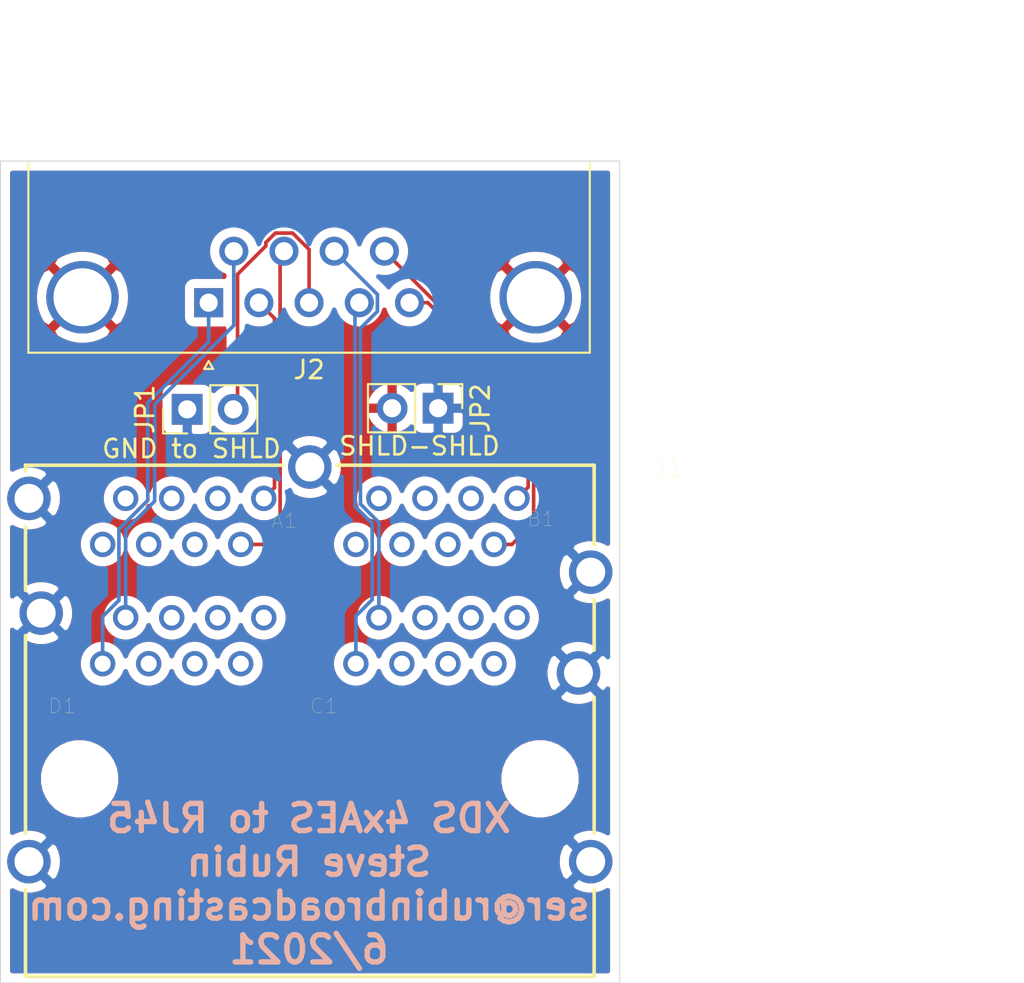
<source format=kicad_pcb>
(kicad_pcb (version 20171130) (host pcbnew "(5.1.10-1-10_14)")

  (general
    (thickness 1.6)
    (drawings 8)
    (tracks 47)
    (zones 0)
    (modules 4)
    (nets 12)
  )

  (page A4)
  (layers
    (0 F.Cu signal)
    (31 B.Cu signal)
    (32 B.Adhes user)
    (33 F.Adhes user)
    (34 B.Paste user)
    (35 F.Paste user)
    (36 B.SilkS user)
    (37 F.SilkS user)
    (38 B.Mask user)
    (39 F.Mask user)
    (40 Dwgs.User user)
    (41 Cmts.User user)
    (42 Eco1.User user)
    (43 Eco2.User user)
    (44 Edge.Cuts user)
    (45 Margin user)
    (46 B.CrtYd user)
    (47 F.CrtYd user)
    (48 B.Fab user)
    (49 F.Fab user)
  )

  (setup
    (last_trace_width 0.2)
    (trace_clearance 0.1)
    (zone_clearance 0.508)
    (zone_45_only no)
    (trace_min 0.2)
    (via_size 0.8)
    (via_drill 0.4)
    (via_min_size 0.4)
    (via_min_drill 0.3)
    (uvia_size 0.3)
    (uvia_drill 0.1)
    (uvias_allowed no)
    (uvia_min_size 0.2)
    (uvia_min_drill 0.1)
    (edge_width 0.05)
    (segment_width 0.2)
    (pcb_text_width 0.3)
    (pcb_text_size 1.5 1.5)
    (mod_edge_width 0.12)
    (mod_text_size 1 1)
    (mod_text_width 0.15)
    (pad_size 1.524 1.524)
    (pad_drill 0.762)
    (pad_to_mask_clearance 0)
    (aux_axis_origin 0 0)
    (visible_elements FFFFFF7F)
    (pcbplotparams
      (layerselection 0x010fc_ffffffff)
      (usegerberextensions false)
      (usegerberattributes true)
      (usegerberadvancedattributes true)
      (creategerberjobfile true)
      (excludeedgelayer true)
      (linewidth 0.100000)
      (plotframeref false)
      (viasonmask false)
      (mode 1)
      (useauxorigin false)
      (hpglpennumber 1)
      (hpglpenspeed 20)
      (hpglpendiameter 15.000000)
      (psnegative false)
      (psa4output false)
      (plotreference true)
      (plotvalue true)
      (plotinvisibletext false)
      (padsonsilk false)
      (subtractmaskfromsilk false)
      (outputformat 1)
      (mirror false)
      (drillshape 0)
      (scaleselection 1)
      (outputdirectory ""))
  )

  (net 0 "")
  (net 1 "Net-(J1-PadD2)")
  (net 2 "Net-(J1-PadD1)")
  (net 3 "Net-(J1-PadS1)")
  (net 4 "Net-(J1-PadA1)")
  (net 5 "Net-(J1-PadA2)")
  (net 6 "Net-(J1-PadC2)")
  (net 7 "Net-(J1-PadC1)")
  (net 8 "Net-(J1-PadB1)")
  (net 9 "Net-(J1-PadB2)")
  (net 10 "Net-(J2-Pad3)")
  (net 11 "Net-(J2-Pad0)")

  (net_class Default "This is the default net class."
    (clearance 0.1)
    (trace_width 0.2)
    (via_dia 0.8)
    (via_drill 0.4)
    (uvia_dia 0.3)
    (uvia_drill 0.1)
    (add_net "Net-(J1-PadA1)")
    (add_net "Net-(J1-PadA2)")
    (add_net "Net-(J1-PadB1)")
    (add_net "Net-(J1-PadB2)")
    (add_net "Net-(J1-PadC1)")
    (add_net "Net-(J1-PadC2)")
    (add_net "Net-(J1-PadD1)")
    (add_net "Net-(J1-PadD2)")
    (add_net "Net-(J1-PadS1)")
    (add_net "Net-(J2-Pad0)")
    (add_net "Net-(J2-Pad3)")
  )

  (module 615032243321 (layer F.Cu) (tedit 60CAA2D1) (tstamp 60CB5110)
    (at -74.881159 98.949961)
    (descr "<B>WR-MJ</B><BR>Horizontal Shielded 2 x Dual Stacked Port with EMI Panel Finger 8P8C M. Jack Tab Up & Down, 32 Pins")
    (path /60D31C76)
    (fp_text reference J1 (at 19.785 -13.92) (layer F.SilkS)
      (effects (font (size 1 1) (thickness 0.015)))
    )
    (fp_text value WeurthRJ45-8p8c-2x2-615032243321 (at 24.39 -11.525) (layer F.Fab)
      (effects (font (size 1 1) (thickness 0.015)))
    )
    (fp_poly (pts (xy -15.885 14.3) (xy 15.885 14.3) (xy 15.885 9.2) (xy 16.9 9.2)
      (xy 16.9 6.4) (xy 15.885 6.4) (xy 15.885 -1.6) (xy 16.2 -1.6)
      (xy 16.2 -3.7) (xy 15.885 -3.7) (xy 15.885 -6.8) (xy 16.9 -6.8)
      (xy 16.9 -9.6) (xy 15.885 -9.6) (xy 15.885 -14.3) (xy 1.4 -14.3)
      (xy 1.4 -15.4) (xy -1.4 -15.4) (xy -1.4 -14.3) (xy -15.885 -14.3)
      (xy -15.885 -13.7) (xy -16.9 -13.7) (xy -16.9 -10.8) (xy -15.885 -10.8)
      (xy -15.885 -7) (xy -16.3 -7) (xy -16.3 -4.9) (xy -15.885 -4.9)
      (xy -15.885 6.4) (xy -16.9 6.4) (xy -16.9 9.2) (xy -15.885 9.2)) (layer F.CrtYd) (width 0.1))
    (fp_line (start 15.685 14.1) (end 15.685 9.3) (layer F.SilkS) (width 0.2))
    (fp_line (start -15.685 14.1) (end 15.685 14.1) (layer F.SilkS) (width 0.2))
    (fp_line (start -15.685 9.3) (end -15.685 14.1) (layer F.SilkS) (width 0.2))
    (fp_line (start 15.685 -1.3) (end 15.685 6.2) (layer F.SilkS) (width 0.2))
    (fp_line (start -15.685 -4.7) (end -15.685 6.2) (layer F.SilkS) (width 0.2))
    (fp_line (start 15.685 -6.7) (end 15.685 -3.9) (layer F.SilkS) (width 0.2))
    (fp_line (start -15.685 -10.7) (end -15.685 -7.2) (layer F.SilkS) (width 0.2))
    (fp_line (start 15.685 -14.1) (end 15.685 -9.7) (layer F.SilkS) (width 0.2))
    (fp_line (start 1.5 -14.1) (end 15.685 -14.1) (layer F.SilkS) (width 0.2))
    (fp_line (start -15.685 -14.1) (end -15.685 -13.8) (layer F.SilkS) (width 0.2))
    (fp_line (start -1.5 -14.1) (end -15.685 -14.1) (layer F.SilkS) (width 0.2))
    (fp_line (start -15.585 14) (end -15.585 -14) (layer F.Fab) (width 0.1))
    (fp_line (start 15.585 14) (end -15.585 14) (layer F.Fab) (width 0.1))
    (fp_line (start 15.585 -14) (end 15.585 14) (layer F.Fab) (width 0.1))
    (fp_line (start -15.585 -14) (end 15.585 -14) (layer F.Fab) (width 0.1))
    (fp_text user A1 (at -1.41 -11.04) (layer F.SilkS)
      (effects (font (size 0.8 0.8) (thickness 0.015)))
    )
    (fp_text user D1 (at -13.665 -0.815) (layer F.SilkS)
      (effects (font (size 0.8 0.8) (thickness 0.015)))
    )
    (fp_text user C1 (at 0.77 -0.815) (layer F.SilkS)
      (effects (font (size 0.8 0.8) (thickness 0.015)))
    )
    (fp_text user B1 (at 12.76 -11.14) (layer F.SilkS)
      (effects (font (size 0.8 0.8) (thickness 0.015)))
    )
    (pad D2 thru_hole circle (at -10.16 -5.69) (size 1.398 1.398) (drill 0.89) (layers *.Cu *.Mask)
      (net 1 "Net-(J1-PadD2)"))
    (pad D4 thru_hole circle (at -7.62 -5.69) (size 1.398 1.398) (drill 0.89) (layers *.Cu *.Mask))
    (pad D6 thru_hole circle (at -5.08 -5.69) (size 1.398 1.398) (drill 0.89) (layers *.Cu *.Mask))
    (pad D8 thru_hole circle (at -2.54 -5.69) (size 1.398 1.398) (drill 0.89) (layers *.Cu *.Mask))
    (pad D7 thru_hole circle (at -3.81 -3.15) (size 1.398 1.398) (drill 0.89) (layers *.Cu *.Mask))
    (pad D5 thru_hole circle (at -6.35 -3.15) (size 1.398 1.398) (drill 0.89) (layers *.Cu *.Mask))
    (pad D3 thru_hole circle (at -8.89 -3.15) (size 1.398 1.398) (drill 0.89) (layers *.Cu *.Mask))
    (pad D1 thru_hole circle (at -11.43 -3.15) (size 1.398 1.398) (drill 0.89) (layers *.Cu *.Mask)
      (net 2 "Net-(J1-PadD1)"))
    (pad S1 thru_hole circle (at -15.495 7.77) (size 2.4 2.4) (drill 1.6) (layers *.Cu *.Mask)
      (net 3 "Net-(J1-PadS1)"))
    (pad A7 thru_hole circle (at -10.16 -12.27) (size 1.398 1.398) (drill 0.89) (layers *.Cu *.Mask))
    (pad A5 thru_hole circle (at -7.62 -12.27) (size 1.398 1.398) (drill 0.89) (layers *.Cu *.Mask))
    (pad A3 thru_hole circle (at -5.08 -12.27) (size 1.398 1.398) (drill 0.89) (layers *.Cu *.Mask))
    (pad A1 thru_hole circle (at -2.54 -12.27) (size 1.398 1.398) (drill 0.89) (layers *.Cu *.Mask)
      (net 4 "Net-(J1-PadA1)"))
    (pad A2 thru_hole circle (at -3.81 -9.73) (size 1.398 1.398) (drill 0.89) (layers *.Cu *.Mask)
      (net 5 "Net-(J1-PadA2)"))
    (pad A4 thru_hole circle (at -6.35 -9.73) (size 1.398 1.398) (drill 0.89) (layers *.Cu *.Mask))
    (pad A6 thru_hole circle (at -8.89 -9.73) (size 1.398 1.398) (drill 0.89) (layers *.Cu *.Mask))
    (pad A8 thru_hole circle (at -11.43 -9.73) (size 1.398 1.398) (drill 0.89) (layers *.Cu *.Mask))
    (pad S3 thru_hole circle (at -15.495 -12.27) (size 2.4 2.4) (drill 1.6) (layers *.Cu *.Mask)
      (net 3 "Net-(J1-PadS1)"))
    (pad S2 thru_hole circle (at -14.82 -5.94) (size 2.4 2.4) (drill 1.6) (layers *.Cu *.Mask)
      (net 3 "Net-(J1-PadS1)"))
    (pad C2 thru_hole circle (at 3.81 -5.69) (size 1.398 1.398) (drill 0.89) (layers *.Cu *.Mask)
      (net 6 "Net-(J1-PadC2)"))
    (pad C4 thru_hole circle (at 6.35 -5.69) (size 1.398 1.398) (drill 0.89) (layers *.Cu *.Mask))
    (pad C6 thru_hole circle (at 8.89 -5.69) (size 1.398 1.398) (drill 0.89) (layers *.Cu *.Mask))
    (pad C8 thru_hole circle (at 11.43 -5.69) (size 1.398 1.398) (drill 0.89) (layers *.Cu *.Mask))
    (pad C7 thru_hole circle (at 10.16 -3.15) (size 1.398 1.398) (drill 0.89) (layers *.Cu *.Mask))
    (pad C5 thru_hole circle (at 7.62 -3.15) (size 1.398 1.398) (drill 0.89) (layers *.Cu *.Mask))
    (pad C3 thru_hole circle (at 5.08 -3.15) (size 1.398 1.398) (drill 0.89) (layers *.Cu *.Mask))
    (pad C1 thru_hole circle (at 2.54 -3.15) (size 1.398 1.398) (drill 0.89) (layers *.Cu *.Mask)
      (net 7 "Net-(J1-PadC1)"))
    (pad S7 thru_hole circle (at 15.495 7.77) (size 2.4 2.4) (drill 1.6) (layers *.Cu *.Mask)
      (net 3 "Net-(J1-PadS1)"))
    (pad B7 thru_hole circle (at 3.81 -12.27) (size 1.398 1.398) (drill 0.89) (layers *.Cu *.Mask))
    (pad B5 thru_hole circle (at 6.35 -12.27) (size 1.398 1.398) (drill 0.89) (layers *.Cu *.Mask))
    (pad B3 thru_hole circle (at 8.89 -12.27) (size 1.398 1.398) (drill 0.89) (layers *.Cu *.Mask))
    (pad B1 thru_hole circle (at 11.43 -12.27) (size 1.398 1.398) (drill 0.89) (layers *.Cu *.Mask)
      (net 8 "Net-(J1-PadB1)"))
    (pad B2 thru_hole circle (at 10.16 -9.73) (size 1.398 1.398) (drill 0.89) (layers *.Cu *.Mask)
      (net 9 "Net-(J1-PadB2)"))
    (pad B4 thru_hole circle (at 7.62 -9.73) (size 1.398 1.398) (drill 0.89) (layers *.Cu *.Mask))
    (pad B6 thru_hole circle (at 5.08 -9.73) (size 1.398 1.398) (drill 0.89) (layers *.Cu *.Mask))
    (pad B8 thru_hole circle (at 2.54 -9.73) (size 1.398 1.398) (drill 0.89) (layers *.Cu *.Mask))
    (pad S6 thru_hole circle (at 14.82 -2.64) (size 2.4 2.4) (drill 1.6) (layers *.Cu *.Mask)
      (net 3 "Net-(J1-PadS1)"))
    (pad S5 thru_hole circle (at 15.495 -8.2) (size 2.4 2.4) (drill 1.6) (layers *.Cu *.Mask)
      (net 3 "Net-(J1-PadS1)"))
    (pad S4 thru_hole circle (at 0 -14) (size 2.4 2.4) (drill 1.6) (layers *.Cu *.Mask)
      (net 3 "Net-(J1-PadS1)"))
    (pad None np_thru_hole circle (at -12.7 3.2) (size 3.25 3.25) (drill 3.25) (layers *.Cu *.Mask))
    (pad None np_thru_hole circle (at 12.7 3.2) (size 3.25 3.25) (drill 3.25) (layers *.Cu *.Mask))
  )

  (module Connector_PinHeader_2.54mm:PinHeader_1x02_P2.54mm_Vertical (layer F.Cu) (tedit 59FED5CC) (tstamp 60CAE5FF)
    (at -81.64576 81.76768 90)
    (descr "Through hole straight pin header, 1x02, 2.54mm pitch, single row")
    (tags "Through hole pin header THT 1x02 2.54mm single row")
    (path /60E992F8)
    (fp_text reference JP1 (at 0 -2.33 90) (layer F.SilkS)
      (effects (font (size 1 1) (thickness 0.15)))
    )
    (fp_text value "GND to SHLD" (at -2.17424 0.23876 180) (layer F.SilkS)
      (effects (font (size 1 1) (thickness 0.15)))
    )
    (fp_line (start -0.635 -1.27) (end 1.27 -1.27) (layer F.Fab) (width 0.1))
    (fp_line (start 1.27 -1.27) (end 1.27 3.81) (layer F.Fab) (width 0.1))
    (fp_line (start 1.27 3.81) (end -1.27 3.81) (layer F.Fab) (width 0.1))
    (fp_line (start -1.27 3.81) (end -1.27 -0.635) (layer F.Fab) (width 0.1))
    (fp_line (start -1.27 -0.635) (end -0.635 -1.27) (layer F.Fab) (width 0.1))
    (fp_line (start -1.33 3.87) (end 1.33 3.87) (layer F.SilkS) (width 0.12))
    (fp_line (start -1.33 1.27) (end -1.33 3.87) (layer F.SilkS) (width 0.12))
    (fp_line (start 1.33 1.27) (end 1.33 3.87) (layer F.SilkS) (width 0.12))
    (fp_line (start -1.33 1.27) (end 1.33 1.27) (layer F.SilkS) (width 0.12))
    (fp_line (start -1.33 0) (end -1.33 -1.33) (layer F.SilkS) (width 0.12))
    (fp_line (start -1.33 -1.33) (end 0 -1.33) (layer F.SilkS) (width 0.12))
    (fp_line (start -1.8 -1.8) (end -1.8 4.35) (layer F.CrtYd) (width 0.05))
    (fp_line (start -1.8 4.35) (end 1.8 4.35) (layer F.CrtYd) (width 0.05))
    (fp_line (start 1.8 4.35) (end 1.8 -1.8) (layer F.CrtYd) (width 0.05))
    (fp_line (start 1.8 -1.8) (end -1.8 -1.8) (layer F.CrtYd) (width 0.05))
    (fp_text user %R (at 0 1.27) (layer F.Fab)
      (effects (font (size 1 1) (thickness 0.15)))
    )
    (pad 2 thru_hole oval (at 0 2.54 90) (size 1.7 1.7) (drill 1) (layers *.Cu *.Mask)
      (net 10 "Net-(J2-Pad3)"))
    (pad 1 thru_hole rect (at 0 0 90) (size 1.7 1.7) (drill 1) (layers *.Cu *.Mask)
      (net 3 "Net-(J1-PadS1)"))
    (model ${KISYS3DMOD}/Connector_PinHeader_2.54mm.3dshapes/PinHeader_1x02_P2.54mm_Vertical.wrl
      (at (xyz 0 0 0))
      (scale (xyz 1 1 1))
      (rotate (xyz 0 0 0))
    )
  )

  (module Connector_PinHeader_2.54mm:PinHeader_1x02_P2.54mm_Vertical (layer F.Cu) (tedit 59FED5CC) (tstamp 60CAEDEF)
    (at -67.80276 81.70672 270)
    (descr "Through hole straight pin header, 1x02, 2.54mm pitch, single row")
    (tags "Through hole pin header THT 1x02 2.54mm single row")
    (path /60E9CAA6)
    (fp_text reference JP2 (at 0 -2.33 90) (layer F.SilkS)
      (effects (font (size 1 1) (thickness 0.15)))
    )
    (fp_text value SHLD-SHLD (at 2.08788 1.02616 180) (layer F.SilkS)
      (effects (font (size 1 1) (thickness 0.15)))
    )
    (fp_line (start 1.8 -1.8) (end -1.8 -1.8) (layer F.CrtYd) (width 0.05))
    (fp_line (start 1.8 4.35) (end 1.8 -1.8) (layer F.CrtYd) (width 0.05))
    (fp_line (start -1.8 4.35) (end 1.8 4.35) (layer F.CrtYd) (width 0.05))
    (fp_line (start -1.8 -1.8) (end -1.8 4.35) (layer F.CrtYd) (width 0.05))
    (fp_line (start -1.33 -1.33) (end 0 -1.33) (layer F.SilkS) (width 0.12))
    (fp_line (start -1.33 0) (end -1.33 -1.33) (layer F.SilkS) (width 0.12))
    (fp_line (start -1.33 1.27) (end 1.33 1.27) (layer F.SilkS) (width 0.12))
    (fp_line (start 1.33 1.27) (end 1.33 3.87) (layer F.SilkS) (width 0.12))
    (fp_line (start -1.33 1.27) (end -1.33 3.87) (layer F.SilkS) (width 0.12))
    (fp_line (start -1.33 3.87) (end 1.33 3.87) (layer F.SilkS) (width 0.12))
    (fp_line (start -1.27 -0.635) (end -0.635 -1.27) (layer F.Fab) (width 0.1))
    (fp_line (start -1.27 3.81) (end -1.27 -0.635) (layer F.Fab) (width 0.1))
    (fp_line (start 1.27 3.81) (end -1.27 3.81) (layer F.Fab) (width 0.1))
    (fp_line (start 1.27 -1.27) (end 1.27 3.81) (layer F.Fab) (width 0.1))
    (fp_line (start -0.635 -1.27) (end 1.27 -1.27) (layer F.Fab) (width 0.1))
    (fp_text user %R (at 0 1.27) (layer F.Fab)
      (effects (font (size 1 1) (thickness 0.15)))
    )
    (pad 1 thru_hole rect (at 0 0 270) (size 1.7 1.7) (drill 1) (layers *.Cu *.Mask)
      (net 3 "Net-(J1-PadS1)"))
    (pad 2 thru_hole oval (at 0 2.54 270) (size 1.7 1.7) (drill 1) (layers *.Cu *.Mask)
      (net 11 "Net-(J2-Pad0)"))
    (model ${KISYS3DMOD}/Connector_PinHeader_2.54mm.3dshapes/PinHeader_1x02_P2.54mm_Vertical.wrl
      (at (xyz 0 0 0))
      (scale (xyz 1 1 1))
      (rotate (xyz 0 0 0))
    )
  )

  (module Connector_Dsub:DSUB-9_Female_Horizontal_P2.77x2.84mm_EdgePinOffset4.94mm_Housed_MountingHolesOffset7.48mm (layer F.Cu) (tedit 59FEDEE2) (tstamp 60CAEB98)
    (at -80.46212 75.88504 180)
    (descr "9-pin D-Sub connector, horizontal/angled (90 deg), THT-mount, female, pitch 2.77x2.84mm, pin-PCB-offset 4.9399999999999995mm, distance of mounting holes 25mm, distance of mounting holes to PCB edge 7.4799999999999995mm, see https://disti-assets.s3.amazonaws.com/tonar/files/datasheets/16730.pdf")
    (tags "9-pin D-Sub connector horizontal angled 90deg THT female pitch 2.77x2.84mm pin-PCB-offset 4.9399999999999995mm mounting-holes-distance 25mm mounting-hole-offset 25mm")
    (path /60CC7405)
    (fp_text reference J2 (at -5.54 -3.7) (layer F.SilkS)
      (effects (font (size 1 1) (thickness 0.15)))
    )
    (fp_text value DB9_Male_MountingHoles (at -5.54 15.85) (layer F.Fab)
      (effects (font (size 1 1) (thickness 0.15)))
    )
    (fp_line (start -20.965 -2.7) (end -20.965 7.78) (layer F.Fab) (width 0.1))
    (fp_line (start -20.965 7.78) (end 9.885 7.78) (layer F.Fab) (width 0.1))
    (fp_line (start 9.885 7.78) (end 9.885 -2.7) (layer F.Fab) (width 0.1))
    (fp_line (start 9.885 -2.7) (end -20.965 -2.7) (layer F.Fab) (width 0.1))
    (fp_line (start -20.965 7.78) (end -20.965 8.18) (layer F.Fab) (width 0.1))
    (fp_line (start -20.965 8.18) (end 9.885 8.18) (layer F.Fab) (width 0.1))
    (fp_line (start 9.885 8.18) (end 9.885 7.78) (layer F.Fab) (width 0.1))
    (fp_line (start 9.885 7.78) (end -20.965 7.78) (layer F.Fab) (width 0.1))
    (fp_line (start -13.69 8.18) (end -13.69 14.35) (layer F.Fab) (width 0.1))
    (fp_line (start -13.69 14.35) (end 2.61 14.35) (layer F.Fab) (width 0.1))
    (fp_line (start 2.61 14.35) (end 2.61 8.18) (layer F.Fab) (width 0.1))
    (fp_line (start 2.61 8.18) (end -13.69 8.18) (layer F.Fab) (width 0.1))
    (fp_line (start -20.54 8.18) (end -20.54 13.18) (layer F.Fab) (width 0.1))
    (fp_line (start -20.54 13.18) (end -15.54 13.18) (layer F.Fab) (width 0.1))
    (fp_line (start -15.54 13.18) (end -15.54 8.18) (layer F.Fab) (width 0.1))
    (fp_line (start -15.54 8.18) (end -20.54 8.18) (layer F.Fab) (width 0.1))
    (fp_line (start 4.46 8.18) (end 4.46 13.18) (layer F.Fab) (width 0.1))
    (fp_line (start 4.46 13.18) (end 9.46 13.18) (layer F.Fab) (width 0.1))
    (fp_line (start 9.46 13.18) (end 9.46 8.18) (layer F.Fab) (width 0.1))
    (fp_line (start 9.46 8.18) (end 4.46 8.18) (layer F.Fab) (width 0.1))
    (fp_line (start -19.64 7.78) (end -19.64 0.3) (layer F.Fab) (width 0.1))
    (fp_line (start -16.44 7.78) (end -16.44 0.3) (layer F.Fab) (width 0.1))
    (fp_line (start 5.36 7.78) (end 5.36 0.3) (layer F.Fab) (width 0.1))
    (fp_line (start 8.56 7.78) (end 8.56 0.3) (layer F.Fab) (width 0.1))
    (fp_line (start -21.025 7.72) (end -21.025 -2.76) (layer F.SilkS) (width 0.12))
    (fp_line (start -21.025 -2.76) (end 9.945 -2.76) (layer F.SilkS) (width 0.12))
    (fp_line (start 9.945 -2.76) (end 9.945 7.72) (layer F.SilkS) (width 0.12))
    (fp_line (start -0.25 -3.654338) (end 0.25 -3.654338) (layer F.SilkS) (width 0.12))
    (fp_line (start 0.25 -3.654338) (end 0 -3.221325) (layer F.SilkS) (width 0.12))
    (fp_line (start 0 -3.221325) (end -0.25 -3.654338) (layer F.SilkS) (width 0.12))
    (fp_line (start -21.5 -3.25) (end -21.5 14.85) (layer F.CrtYd) (width 0.05))
    (fp_line (start -21.5 14.85) (end 10.4 14.85) (layer F.CrtYd) (width 0.05))
    (fp_line (start 10.4 14.85) (end 10.4 -3.25) (layer F.CrtYd) (width 0.05))
    (fp_line (start 10.4 -3.25) (end -21.5 -3.25) (layer F.CrtYd) (width 0.05))
    (fp_arc (start -18.04 0.3) (end -19.64 0.3) (angle 180) (layer F.Fab) (width 0.1))
    (fp_arc (start 6.96 0.3) (end 5.36 0.3) (angle 180) (layer F.Fab) (width 0.1))
    (fp_text user %R (at -5.54 11.265) (layer F.Fab)
      (effects (font (size 1 1) (thickness 0.15)))
    )
    (pad 1 thru_hole rect (at 0 0 180) (size 1.6 1.6) (drill 1) (layers *.Cu *.Mask)
      (net 2 "Net-(J1-PadD1)"))
    (pad 2 thru_hole circle (at -2.77 0 180) (size 1.6 1.6) (drill 1) (layers *.Cu *.Mask)
      (net 4 "Net-(J1-PadA1)"))
    (pad 3 thru_hole circle (at -5.54 0 180) (size 1.6 1.6) (drill 1) (layers *.Cu *.Mask)
      (net 10 "Net-(J2-Pad3)"))
    (pad 4 thru_hole circle (at -8.31 0 180) (size 1.6 1.6) (drill 1) (layers *.Cu *.Mask)
      (net 7 "Net-(J1-PadC1)"))
    (pad 5 thru_hole circle (at -11.08 0 180) (size 1.6 1.6) (drill 1) (layers *.Cu *.Mask)
      (net 8 "Net-(J1-PadB1)"))
    (pad 6 thru_hole circle (at -1.385 2.84 180) (size 1.6 1.6) (drill 1) (layers *.Cu *.Mask)
      (net 1 "Net-(J1-PadD2)"))
    (pad 7 thru_hole circle (at -4.155 2.84 180) (size 1.6 1.6) (drill 1) (layers *.Cu *.Mask)
      (net 5 "Net-(J1-PadA2)"))
    (pad 8 thru_hole circle (at -6.925 2.84 180) (size 1.6 1.6) (drill 1) (layers *.Cu *.Mask)
      (net 6 "Net-(J1-PadC2)"))
    (pad 9 thru_hole circle (at -9.695 2.84 180) (size 1.6 1.6) (drill 1) (layers *.Cu *.Mask)
      (net 9 "Net-(J1-PadB2)"))
    (pad 0 thru_hole circle (at -18.04 0.3 180) (size 4 4) (drill 3.2) (layers *.Cu *.Mask)
      (net 11 "Net-(J2-Pad0)"))
    (pad 0 thru_hole circle (at 6.96 0.3 180) (size 4 4) (drill 3.2) (layers *.Cu *.Mask)
      (net 11 "Net-(J2-Pad0)"))
    (model ${KISYS3DMOD}/Connector_Dsub.3dshapes/DSUB-9_Female_Horizontal_P2.77x2.84mm_EdgePinOffset4.94mm_Housed_MountingHolesOffset7.48mm.wrl
      (at (xyz 0 0 0))
      (scale (xyz 1 1 1))
      (rotate (xyz 0 0 0))
    )
  )

  (gr_text "XDS 4xAES to RJ45\nSteve Rubin\nser@rubinbroadcasting.com\n6/2021" (at -74.93 107.95) (layer B.SilkS)
    (effects (font (size 1.5 1.5) (thickness 0.3)) (justify mirror))
  )
  (gr_line (start -91.948 108.204) (end -91.948 68.072) (layer Edge.Cuts) (width 0.05))
  (gr_line (start -57.785 68.072) (end -91.948 68.072) (layer Edge.Cuts) (width 0.05))
  (gr_line (start -57.785 108.331) (end -57.785 68.072) (layer Edge.Cuts) (width 0.05))
  (gr_line (start -57.785 113.411) (end -58.801 113.411) (layer Edge.Cuts) (width 0.05) (tstamp 60CAE8D0))
  (gr_line (start -57.785 108.331) (end -57.785 113.411) (layer Edge.Cuts) (width 0.05))
  (gr_line (start -91.948 113.411) (end -58.801 113.411) (layer Edge.Cuts) (width 0.05))
  (gr_line (start -91.948 108.204) (end -91.948 113.411) (layer Edge.Cuts) (width 0.05))

  (segment (start -83.439 86.832602) (end -83.439 81.500918) (width 0.2) (layer B.Cu) (net 1))
  (segment (start -79.07712 77.139038) (end -79.07712 73.04504) (width 0.2) (layer B.Cu) (net 1))
  (segment (start -85.041159 88.434761) (end -83.439 86.832602) (width 0.2) (layer B.Cu) (net 1))
  (segment (start -83.439 81.500918) (end -79.07712 77.139038) (width 0.2) (layer B.Cu) (net 1))
  (segment (start -85.041159 93.259961) (end -85.041159 88.434761) (width 0.2) (layer B.Cu) (net 1))
  (segment (start -85.412158 92.300438) (end -86.311159 93.199439) (width 0.2) (layer B.Cu) (net 2))
  (segment (start -80.46212 78.04912) (end -83.82 81.407) (width 0.2) (layer B.Cu) (net 2))
  (segment (start -85.412158 88.381482) (end -85.412158 92.300438) (width 0.2) (layer B.Cu) (net 2))
  (segment (start -83.82 86.789324) (end -85.412158 88.381482) (width 0.2) (layer B.Cu) (net 2))
  (segment (start -83.82 81.407) (end -83.82 86.789324) (width 0.2) (layer B.Cu) (net 2))
  (segment (start -86.311159 93.199439) (end -86.311159 95.799961) (width 0.2) (layer B.Cu) (net 2))
  (segment (start -80.46212 75.88504) (end -80.46212 78.04912) (width 0.2) (layer B.Cu) (net 2))
  (segment (start -76.82992 76.74724) (end -77.69212 75.88504) (width 0.2) (layer F.Cu) (net 4))
  (segment (start -76.82992 86.088722) (end -76.82992 76.74724) (width 0.2) (layer F.Cu) (net 4))
  (segment (start -77.421159 86.679961) (end -76.82992 86.088722) (width 0.2) (layer F.Cu) (net 4))
  (segment (start -76.52004 88.660844) (end -76.52004 73.25796) (width 0.2) (layer F.Cu) (net 5))
  (segment (start -77.079157 89.219961) (end -76.52004 88.660844) (width 0.2) (layer F.Cu) (net 5))
  (segment (start -76.52004 73.25796) (end -76.30712 73.04504) (width 0.2) (layer F.Cu) (net 5))
  (segment (start -78.691159 89.219961) (end -77.079157 89.219961) (width 0.2) (layer F.Cu) (net 5))
  (segment (start -72.089989 77.302911) (end -71.152119 76.365041) (width 0.2) (layer B.Cu) (net 6))
  (segment (start -71.071159 93.259961) (end -71.071159 88.010483) (width 0.2) (layer B.Cu) (net 6))
  (segment (start -71.071159 88.010483) (end -72.089989 86.991653) (width 0.2) (layer B.Cu) (net 6))
  (segment (start -72.089989 86.991653) (end -72.089989 77.302911) (width 0.2) (layer B.Cu) (net 6))
  (segment (start -71.152119 76.365041) (end -71.152119 75.430041) (width 0.2) (layer B.Cu) (net 6))
  (segment (start -71.152119 75.430041) (end -73.53712 73.04504) (width 0.2) (layer B.Cu) (net 6))
  (segment (start -72.39 87.11592) (end -72.39 76.12292) (width 0.2) (layer B.Cu) (net 7))
  (segment (start -71.442158 88.063762) (end -72.39 87.11592) (width 0.2) (layer B.Cu) (net 7))
  (segment (start -72.341159 93.169159) (end -71.442158 92.270158) (width 0.2) (layer B.Cu) (net 7))
  (segment (start -71.442158 92.270158) (end -71.442158 88.063762) (width 0.2) (layer B.Cu) (net 7))
  (segment (start -72.39 76.12292) (end -72.15212 75.88504) (width 0.2) (layer B.Cu) (net 7))
  (segment (start -72.341159 95.799961) (end -72.341159 93.169159) (width 0.2) (layer B.Cu) (net 7))
  (segment (start -68.37172 75.88504) (end -69.38212 75.88504) (width 0.2) (layer F.Cu) (net 8))
  (segment (start -62.83452 81.42224) (end -68.37172 75.88504) (width 0.2) (layer F.Cu) (net 8))
  (segment (start -63.451159 86.679961) (end -62.83452 86.063322) (width 0.2) (layer F.Cu) (net 8))
  (segment (start -62.83452 86.063322) (end -62.83452 81.42224) (width 0.2) (layer F.Cu) (net 8))
  (segment (start -64.721159 89.219961) (end -63.732624 89.219961) (width 0.2) (layer F.Cu) (net 9))
  (segment (start -63.732624 89.219961) (end -62.534509 88.021846) (width 0.2) (layer F.Cu) (net 9))
  (segment (start -62.534509 88.021846) (end -62.534509 81.277651) (width 0.2) (layer F.Cu) (net 9))
  (segment (start -62.534509 81.277651) (end -70.76712 73.04504) (width 0.2) (layer F.Cu) (net 9))
  (segment (start -74.92212 72.950038) (end -74.92212 75.88504) (width 0.2) (layer F.Cu) (net 10))
  (segment (start -75.827119 72.045039) (end -74.92212 72.950038) (width 0.2) (layer F.Cu) (net 10))
  (segment (start -76.787121 72.045039) (end -75.827119 72.045039) (width 0.2) (layer F.Cu) (net 10))
  (segment (start -79.10576 81.76768) (end -78.867 81.52892) (width 0.2) (layer F.Cu) (net 10))
  (segment (start -77.307121 72.755043) (end -77.307121 72.565039) (width 0.2) (layer F.Cu) (net 10))
  (segment (start -77.307121 72.565039) (end -76.787121 72.045039) (width 0.2) (layer F.Cu) (net 10))
  (segment (start -78.867 74.314922) (end -77.307121 72.755043) (width 0.2) (layer F.Cu) (net 10))
  (segment (start -78.867 81.52892) (end -78.867 74.314922) (width 0.2) (layer F.Cu) (net 10))

  (zone (net 3) (net_name "Net-(J1-PadS1)") (layer B.Cu) (tstamp 60CAF209) (hatch edge 0.508)
    (connect_pads (clearance 0.508))
    (min_thickness 0.254)
    (fill yes (arc_segments 32) (thermal_gap 0.508) (thermal_bridge_width 0.508))
    (polygon
      (pts
        (xy -57.785 113.411) (xy -91.948 113.411) (xy -91.948 68.072) (xy -57.785 68.072)
      )
    )
    (filled_polygon
      (pts
        (xy -58.445 89.168575) (xy -58.731369 89.026262) (xy -59.080228 88.931639) (xy -59.440843 88.906894) (xy -59.799357 88.952976)
        (xy -60.141992 89.068115) (xy -60.364645 89.187125) (xy -60.484533 89.471981) (xy -59.386159 90.570356) (xy -59.372017 90.556213)
        (xy -59.192412 90.735819) (xy -59.206554 90.749961) (xy -59.192412 90.764104) (xy -59.372017 90.943709) (xy -59.386159 90.929566)
        (xy -60.484533 92.027941) (xy -60.364645 92.312797) (xy -60.040949 92.47366) (xy -59.69209 92.568283) (xy -59.331475 92.593028)
        (xy -58.972961 92.546946) (xy -58.630326 92.431807) (xy -58.445 92.332748) (xy -58.445 95.431236) (xy -58.498323 95.331475)
        (xy -58.783179 95.211587) (xy -59.881554 96.309961) (xy -58.783179 97.408335) (xy -58.498323 97.288447) (xy -58.445 97.181147)
        (xy -58.445 105.138575) (xy -58.731369 104.996262) (xy -59.080228 104.901639) (xy -59.440843 104.876894) (xy -59.799357 104.922976)
        (xy -60.141992 105.038115) (xy -60.364645 105.157125) (xy -60.484533 105.441981) (xy -59.386159 106.540356) (xy -59.372017 106.526213)
        (xy -59.192411 106.705819) (xy -59.206554 106.719961) (xy -59.192411 106.734103) (xy -59.372017 106.913709) (xy -59.386159 106.899566)
        (xy -60.484533 107.997941) (xy -60.364645 108.282797) (xy -60.040949 108.44366) (xy -59.69209 108.538283) (xy -59.331475 108.563028)
        (xy -58.972961 108.516946) (xy -58.630326 108.401807) (xy -58.445 108.302749) (xy -58.444999 112.751) (xy -91.288 112.751)
        (xy -91.288 108.315917) (xy -91.030949 108.44366) (xy -90.68209 108.538283) (xy -90.321475 108.563028) (xy -89.962961 108.516946)
        (xy -89.620326 108.401807) (xy -89.397673 108.282797) (xy -89.277785 107.997941) (xy -90.376159 106.899566) (xy -90.390301 106.913709)
        (xy -90.569907 106.734103) (xy -90.555764 106.719961) (xy -90.196554 106.719961) (xy -89.098179 107.818335) (xy -88.813323 107.698447)
        (xy -88.65246 107.374751) (xy -88.557837 107.025892) (xy -88.540597 106.774645) (xy -61.229226 106.774645) (xy -61.183144 107.133159)
        (xy -61.068005 107.475794) (xy -60.948995 107.698447) (xy -60.664139 107.818335) (xy -59.565764 106.719961) (xy -60.664139 105.621587)
        (xy -60.948995 105.741475) (xy -61.109858 106.065171) (xy -61.204481 106.41403) (xy -61.229226 106.774645) (xy -88.540597 106.774645)
        (xy -88.533092 106.665277) (xy -88.579174 106.306763) (xy -88.694313 105.964128) (xy -88.813323 105.741475) (xy -89.098179 105.621587)
        (xy -90.196554 106.719961) (xy -90.555764 106.719961) (xy -90.569907 106.705819) (xy -90.390301 106.526213) (xy -90.376159 106.540356)
        (xy -89.277785 105.441981) (xy -89.397673 105.157125) (xy -89.721369 104.996262) (xy -90.070228 104.901639) (xy -90.430843 104.876894)
        (xy -90.789357 104.922976) (xy -91.131992 105.038115) (xy -91.288 105.121503) (xy -91.288 101.92737) (xy -89.841159 101.92737)
        (xy -89.841159 102.372552) (xy -89.754308 102.809179) (xy -89.583945 103.220472) (xy -89.336615 103.590627) (xy -89.021825 103.905417)
        (xy -88.65167 104.152747) (xy -88.240377 104.32311) (xy -87.80375 104.409961) (xy -87.358568 104.409961) (xy -86.921941 104.32311)
        (xy -86.510648 104.152747) (xy -86.140493 103.905417) (xy -85.825703 103.590627) (xy -85.578373 103.220472) (xy -85.40801 102.809179)
        (xy -85.321159 102.372552) (xy -85.321159 101.92737) (xy -64.441159 101.92737) (xy -64.441159 102.372552) (xy -64.354308 102.809179)
        (xy -64.183945 103.220472) (xy -63.936615 103.590627) (xy -63.621825 103.905417) (xy -63.25167 104.152747) (xy -62.840377 104.32311)
        (xy -62.40375 104.409961) (xy -61.958568 104.409961) (xy -61.521941 104.32311) (xy -61.110648 104.152747) (xy -60.740493 103.905417)
        (xy -60.425703 103.590627) (xy -60.178373 103.220472) (xy -60.00801 102.809179) (xy -59.921159 102.372552) (xy -59.921159 101.92737)
        (xy -60.00801 101.490743) (xy -60.178373 101.07945) (xy -60.425703 100.709295) (xy -60.740493 100.394505) (xy -61.110648 100.147175)
        (xy -61.521941 99.976812) (xy -61.958568 99.889961) (xy -62.40375 99.889961) (xy -62.840377 99.976812) (xy -63.25167 100.147175)
        (xy -63.621825 100.394505) (xy -63.936615 100.709295) (xy -64.183945 101.07945) (xy -64.354308 101.490743) (xy -64.441159 101.92737)
        (xy -85.321159 101.92737) (xy -85.40801 101.490743) (xy -85.578373 101.07945) (xy -85.825703 100.709295) (xy -86.140493 100.394505)
        (xy -86.510648 100.147175) (xy -86.921941 99.976812) (xy -87.358568 99.889961) (xy -87.80375 99.889961) (xy -88.240377 99.976812)
        (xy -88.65167 100.147175) (xy -89.021825 100.394505) (xy -89.336615 100.709295) (xy -89.583945 101.07945) (xy -89.754308 101.490743)
        (xy -89.841159 101.92737) (xy -91.288 101.92737) (xy -91.288 97.587941) (xy -61.159533 97.587941) (xy -61.039645 97.872797)
        (xy -60.715949 98.03366) (xy -60.36709 98.128283) (xy -60.006475 98.153028) (xy -59.647961 98.106946) (xy -59.305326 97.991807)
        (xy -59.082673 97.872797) (xy -58.962785 97.587941) (xy -60.061159 96.489566) (xy -61.159533 97.587941) (xy -91.288 97.587941)
        (xy -91.288 94.287941) (xy -90.799533 94.287941) (xy -90.679645 94.572797) (xy -90.355949 94.73366) (xy -90.00709 94.828283)
        (xy -89.646475 94.853028) (xy -89.287961 94.806946) (xy -88.945326 94.691807) (xy -88.722673 94.572797) (xy -88.602785 94.287941)
        (xy -89.701159 93.189566) (xy -90.799533 94.287941) (xy -91.288 94.287941) (xy -91.288 93.943537) (xy -91.263995 93.988447)
        (xy -90.979139 94.108335) (xy -89.880764 93.009961) (xy -89.521554 93.009961) (xy -88.423179 94.108335) (xy -88.138323 93.988447)
        (xy -87.97746 93.664751) (xy -87.882837 93.315892) (xy -87.858092 92.955277) (xy -87.904174 92.596763) (xy -88.019313 92.254128)
        (xy -88.138323 92.031475) (xy -88.423179 91.911587) (xy -89.521554 93.009961) (xy -89.880764 93.009961) (xy -90.979139 91.911587)
        (xy -91.263995 92.031475) (xy -91.288 92.079779) (xy -91.288 91.731981) (xy -90.799533 91.731981) (xy -89.701159 92.830356)
        (xy -88.602785 91.731981) (xy -88.722673 91.447125) (xy -89.046369 91.286262) (xy -89.395228 91.191639) (xy -89.755843 91.166894)
        (xy -90.114357 91.212976) (xy -90.456992 91.328115) (xy -90.679645 91.447125) (xy -90.799533 91.731981) (xy -91.288 91.731981)
        (xy -91.288 89.088573) (xy -87.645159 89.088573) (xy -87.645159 89.351349) (xy -87.593894 89.609075) (xy -87.493335 89.851847)
        (xy -87.347345 90.070337) (xy -87.161535 90.256147) (xy -86.943045 90.402137) (xy -86.700273 90.502696) (xy -86.442547 90.553961)
        (xy -86.179771 90.553961) (xy -86.147157 90.547474) (xy -86.147157 91.99599) (xy -86.805351 92.654185) (xy -86.833397 92.677202)
        (xy -86.925246 92.78912) (xy -86.993496 92.916807) (xy -87.013507 92.982775) (xy -87.035524 93.055354) (xy -87.049715 93.199439)
        (xy -87.046159 93.235544) (xy -87.046158 94.686683) (xy -87.161535 94.763775) (xy -87.347345 94.949585) (xy -87.493335 95.168075)
        (xy -87.593894 95.410847) (xy -87.645159 95.668573) (xy -87.645159 95.931349) (xy -87.593894 96.189075) (xy -87.493335 96.431847)
        (xy -87.347345 96.650337) (xy -87.161535 96.836147) (xy -86.943045 96.982137) (xy -86.700273 97.082696) (xy -86.442547 97.133961)
        (xy -86.179771 97.133961) (xy -85.922045 97.082696) (xy -85.679273 96.982137) (xy -85.460783 96.836147) (xy -85.274973 96.650337)
        (xy -85.128983 96.431847) (xy -85.041159 96.21982) (xy -84.953335 96.431847) (xy -84.807345 96.650337) (xy -84.621535 96.836147)
        (xy -84.403045 96.982137) (xy -84.160273 97.082696) (xy -83.902547 97.133961) (xy -83.639771 97.133961) (xy -83.382045 97.082696)
        (xy -83.139273 96.982137) (xy -82.920783 96.836147) (xy -82.734973 96.650337) (xy -82.588983 96.431847) (xy -82.501159 96.21982)
        (xy -82.413335 96.431847) (xy -82.267345 96.650337) (xy -82.081535 96.836147) (xy -81.863045 96.982137) (xy -81.620273 97.082696)
        (xy -81.362547 97.133961) (xy -81.099771 97.133961) (xy -80.842045 97.082696) (xy -80.599273 96.982137) (xy -80.380783 96.836147)
        (xy -80.194973 96.650337) (xy -80.048983 96.431847) (xy -79.961159 96.21982) (xy -79.873335 96.431847) (xy -79.727345 96.650337)
        (xy -79.541535 96.836147) (xy -79.323045 96.982137) (xy -79.080273 97.082696) (xy -78.822547 97.133961) (xy -78.559771 97.133961)
        (xy -78.302045 97.082696) (xy -78.059273 96.982137) (xy -77.840783 96.836147) (xy -77.654973 96.650337) (xy -77.508983 96.431847)
        (xy -77.408424 96.189075) (xy -77.357159 95.931349) (xy -77.357159 95.668573) (xy -77.408424 95.410847) (xy -77.508983 95.168075)
        (xy -77.654973 94.949585) (xy -77.840783 94.763775) (xy -78.059273 94.617785) (xy -78.302045 94.517226) (xy -78.559771 94.465961)
        (xy -78.822547 94.465961) (xy -79.080273 94.517226) (xy -79.323045 94.617785) (xy -79.541535 94.763775) (xy -79.727345 94.949585)
        (xy -79.873335 95.168075) (xy -79.961159 95.380102) (xy -80.048983 95.168075) (xy -80.194973 94.949585) (xy -80.380783 94.763775)
        (xy -80.599273 94.617785) (xy -80.842045 94.517226) (xy -81.099771 94.465961) (xy -81.362547 94.465961) (xy -81.620273 94.517226)
        (xy -81.863045 94.617785) (xy -82.081535 94.763775) (xy -82.267345 94.949585) (xy -82.413335 95.168075) (xy -82.501159 95.380102)
        (xy -82.588983 95.168075) (xy -82.734973 94.949585) (xy -82.920783 94.763775) (xy -83.139273 94.617785) (xy -83.382045 94.517226)
        (xy -83.639771 94.465961) (xy -83.902547 94.465961) (xy -84.160273 94.517226) (xy -84.403045 94.617785) (xy -84.621535 94.763775)
        (xy -84.807345 94.949585) (xy -84.953335 95.168075) (xy -85.041159 95.380102) (xy -85.128983 95.168075) (xy -85.274973 94.949585)
        (xy -85.460783 94.763775) (xy -85.576159 94.686683) (xy -85.576159 94.482268) (xy -85.430273 94.542696) (xy -85.172547 94.593961)
        (xy -84.909771 94.593961) (xy -84.652045 94.542696) (xy -84.409273 94.442137) (xy -84.190783 94.296147) (xy -84.004973 94.110337)
        (xy -83.858983 93.891847) (xy -83.771159 93.67982) (xy -83.683335 93.891847) (xy -83.537345 94.110337) (xy -83.351535 94.296147)
        (xy -83.133045 94.442137) (xy -82.890273 94.542696) (xy -82.632547 94.593961) (xy -82.369771 94.593961) (xy -82.112045 94.542696)
        (xy -81.869273 94.442137) (xy -81.650783 94.296147) (xy -81.464973 94.110337) (xy -81.318983 93.891847) (xy -81.231159 93.67982)
        (xy -81.143335 93.891847) (xy -80.997345 94.110337) (xy -80.811535 94.296147) (xy -80.593045 94.442137) (xy -80.350273 94.542696)
        (xy -80.092547 94.593961) (xy -79.829771 94.593961) (xy -79.572045 94.542696) (xy -79.329273 94.442137) (xy -79.110783 94.296147)
        (xy -78.924973 94.110337) (xy -78.778983 93.891847) (xy -78.691159 93.67982) (xy -78.603335 93.891847) (xy -78.457345 94.110337)
        (xy -78.271535 94.296147) (xy -78.053045 94.442137) (xy -77.810273 94.542696) (xy -77.552547 94.593961) (xy -77.289771 94.593961)
        (xy -77.032045 94.542696) (xy -76.789273 94.442137) (xy -76.570783 94.296147) (xy -76.384973 94.110337) (xy -76.238983 93.891847)
        (xy -76.138424 93.649075) (xy -76.087159 93.391349) (xy -76.087159 93.128573) (xy -76.138424 92.870847) (xy -76.238983 92.628075)
        (xy -76.384973 92.409585) (xy -76.570783 92.223775) (xy -76.789273 92.077785) (xy -77.032045 91.977226) (xy -77.289771 91.925961)
        (xy -77.552547 91.925961) (xy -77.810273 91.977226) (xy -78.053045 92.077785) (xy -78.271535 92.223775) (xy -78.457345 92.409585)
        (xy -78.603335 92.628075) (xy -78.691159 92.840102) (xy -78.778983 92.628075) (xy -78.924973 92.409585) (xy -79.110783 92.223775)
        (xy -79.329273 92.077785) (xy -79.572045 91.977226) (xy -79.829771 91.925961) (xy -80.092547 91.925961) (xy -80.350273 91.977226)
        (xy -80.593045 92.077785) (xy -80.811535 92.223775) (xy -80.997345 92.409585) (xy -81.143335 92.628075) (xy -81.231159 92.840102)
        (xy -81.318983 92.628075) (xy -81.464973 92.409585) (xy -81.650783 92.223775) (xy -81.869273 92.077785) (xy -82.112045 91.977226)
        (xy -82.369771 91.925961) (xy -82.632547 91.925961) (xy -82.890273 91.977226) (xy -83.133045 92.077785) (xy -83.351535 92.223775)
        (xy -83.537345 92.409585) (xy -83.683335 92.628075) (xy -83.771159 92.840102) (xy -83.858983 92.628075) (xy -84.004973 92.409585)
        (xy -84.190783 92.223775) (xy -84.306159 92.146683) (xy -84.306159 90.442268) (xy -84.160273 90.502696) (xy -83.902547 90.553961)
        (xy -83.639771 90.553961) (xy -83.382045 90.502696) (xy -83.139273 90.402137) (xy -82.920783 90.256147) (xy -82.734973 90.070337)
        (xy -82.588983 89.851847) (xy -82.501159 89.63982) (xy -82.413335 89.851847) (xy -82.267345 90.070337) (xy -82.081535 90.256147)
        (xy -81.863045 90.402137) (xy -81.620273 90.502696) (xy -81.362547 90.553961) (xy -81.099771 90.553961) (xy -80.842045 90.502696)
        (xy -80.599273 90.402137) (xy -80.380783 90.256147) (xy -80.194973 90.070337) (xy -80.048983 89.851847) (xy -79.961159 89.63982)
        (xy -79.873335 89.851847) (xy -79.727345 90.070337) (xy -79.541535 90.256147) (xy -79.323045 90.402137) (xy -79.080273 90.502696)
        (xy -78.822547 90.553961) (xy -78.559771 90.553961) (xy -78.302045 90.502696) (xy -78.059273 90.402137) (xy -77.840783 90.256147)
        (xy -77.654973 90.070337) (xy -77.508983 89.851847) (xy -77.408424 89.609075) (xy -77.357159 89.351349) (xy -77.357159 89.088573)
        (xy -77.408424 88.830847) (xy -77.508983 88.588075) (xy -77.654973 88.369585) (xy -77.840783 88.183775) (xy -78.059273 88.037785)
        (xy -78.302045 87.937226) (xy -78.559771 87.885961) (xy -78.822547 87.885961) (xy -79.080273 87.937226) (xy -79.323045 88.037785)
        (xy -79.541535 88.183775) (xy -79.727345 88.369585) (xy -79.873335 88.588075) (xy -79.961159 88.800102) (xy -80.048983 88.588075)
        (xy -80.194973 88.369585) (xy -80.380783 88.183775) (xy -80.599273 88.037785) (xy -80.842045 87.937226) (xy -81.099771 87.885961)
        (xy -81.362547 87.885961) (xy -81.620273 87.937226) (xy -81.863045 88.037785) (xy -82.081535 88.183775) (xy -82.267345 88.369585)
        (xy -82.413335 88.588075) (xy -82.501159 88.800102) (xy -82.588983 88.588075) (xy -82.734973 88.369585) (xy -82.920783 88.183775)
        (xy -83.139273 88.037785) (xy -83.382045 87.937226) (xy -83.483914 87.916963) (xy -83.31051 87.743559) (xy -83.133045 87.862137)
        (xy -82.890273 87.962696) (xy -82.632547 88.013961) (xy -82.369771 88.013961) (xy -82.112045 87.962696) (xy -81.869273 87.862137)
        (xy -81.650783 87.716147) (xy -81.464973 87.530337) (xy -81.318983 87.311847) (xy -81.231159 87.09982) (xy -81.143335 87.311847)
        (xy -80.997345 87.530337) (xy -80.811535 87.716147) (xy -80.593045 87.862137) (xy -80.350273 87.962696) (xy -80.092547 88.013961)
        (xy -79.829771 88.013961) (xy -79.572045 87.962696) (xy -79.329273 87.862137) (xy -79.110783 87.716147) (xy -78.924973 87.530337)
        (xy -78.778983 87.311847) (xy -78.691159 87.09982) (xy -78.603335 87.311847) (xy -78.457345 87.530337) (xy -78.271535 87.716147)
        (xy -78.053045 87.862137) (xy -77.810273 87.962696) (xy -77.552547 88.013961) (xy -77.289771 88.013961) (xy -77.032045 87.962696)
        (xy -76.789273 87.862137) (xy -76.570783 87.716147) (xy -76.384973 87.530337) (xy -76.238983 87.311847) (xy -76.138424 87.069075)
        (xy -76.087159 86.811349) (xy -76.087159 86.548573) (xy -76.136284 86.301604) (xy -76.094739 86.343149) (xy -75.979532 86.227942)
        (xy -75.859645 86.512797) (xy -75.535949 86.67366) (xy -75.18709 86.768283) (xy -74.826475 86.793028) (xy -74.467961 86.746946)
        (xy -74.125326 86.631807) (xy -73.902673 86.512797) (xy -73.782785 86.227941) (xy -74.881159 85.129566) (xy -74.895301 85.143709)
        (xy -75.074907 84.964103) (xy -75.060764 84.949961) (xy -76.159139 83.851587) (xy -76.443995 83.971475) (xy -76.604858 84.295171)
        (xy -76.699481 84.64403) (xy -76.724226 85.004645) (xy -76.678144 85.363159) (xy -76.587628 85.632519) (xy -76.789273 85.497785)
        (xy -77.032045 85.397226) (xy -77.289771 85.345961) (xy -77.552547 85.345961) (xy -77.810273 85.397226) (xy -78.053045 85.497785)
        (xy -78.271535 85.643775) (xy -78.457345 85.829585) (xy -78.603335 86.048075) (xy -78.691159 86.260102) (xy -78.778983 86.048075)
        (xy -78.924973 85.829585) (xy -79.110783 85.643775) (xy -79.329273 85.497785) (xy -79.572045 85.397226) (xy -79.829771 85.345961)
        (xy -80.092547 85.345961) (xy -80.350273 85.397226) (xy -80.593045 85.497785) (xy -80.811535 85.643775) (xy -80.997345 85.829585)
        (xy -81.143335 86.048075) (xy -81.231159 86.260102) (xy -81.318983 86.048075) (xy -81.464973 85.829585) (xy -81.650783 85.643775)
        (xy -81.869273 85.497785) (xy -82.112045 85.397226) (xy -82.369771 85.345961) (xy -82.632547 85.345961) (xy -82.704 85.360174)
        (xy -82.704 83.671981) (xy -75.979533 83.671981) (xy -74.881159 84.770356) (xy -73.782785 83.671981) (xy -73.902673 83.387125)
        (xy -74.226369 83.226262) (xy -74.575228 83.131639) (xy -74.935843 83.106894) (xy -75.294357 83.152976) (xy -75.636992 83.268115)
        (xy -75.859645 83.387125) (xy -75.979533 83.671981) (xy -82.704 83.671981) (xy -82.704 83.218084) (xy -82.620242 83.243492)
        (xy -82.49576 83.255752) (xy -81.93151 83.25268) (xy -81.77276 83.09393) (xy -81.77276 81.89468) (xy -81.79276 81.89468)
        (xy -81.79276 81.64068) (xy -81.77276 81.64068) (xy -81.77276 81.62068) (xy -81.51876 81.62068) (xy -81.51876 81.64068)
        (xy -81.49876 81.64068) (xy -81.49876 81.89468) (xy -81.51876 81.89468) (xy -81.51876 83.09393) (xy -81.36001 83.25268)
        (xy -80.79576 83.255752) (xy -80.671278 83.243492) (xy -80.55158 83.207182) (xy -80.441266 83.148217) (xy -80.344575 83.068865)
        (xy -80.265223 82.972174) (xy -80.206258 82.86186) (xy -80.184247 82.7893) (xy -80.052392 82.921155) (xy -79.809171 83.08367)
        (xy -79.538918 83.195612) (xy -79.25202 83.25268) (xy -78.9595 83.25268) (xy -78.672602 83.195612) (xy -78.402349 83.08367)
        (xy -78.159128 82.921155) (xy -77.952285 82.714312) (xy -77.78977 82.471091) (xy -77.677828 82.200838) (xy -77.62076 81.91394)
        (xy -77.62076 81.62142) (xy -77.677828 81.334522) (xy -77.78977 81.064269) (xy -77.952285 80.821048) (xy -78.159128 80.614205)
        (xy -78.402349 80.45169) (xy -78.672602 80.339748) (xy -78.9595 80.28268) (xy -79.25202 80.28268) (xy -79.538918 80.339748)
        (xy -79.809171 80.45169) (xy -80.052392 80.614205) (xy -80.184247 80.74606) (xy -80.206258 80.6735) (xy -80.265223 80.563186)
        (xy -80.344575 80.466495) (xy -80.441266 80.387143) (xy -80.55158 80.328178) (xy -80.671278 80.291868) (xy -80.79576 80.279608)
        (xy -81.180337 80.281702) (xy -78.582923 77.684288) (xy -78.554883 77.661276) (xy -78.53187 77.633235) (xy -78.531867 77.633232)
        (xy -78.507003 77.602935) (xy -78.463033 77.549358) (xy -78.394783 77.421671) (xy -78.352755 77.283123) (xy -78.34212 77.175143)
        (xy -78.34212 77.175142) (xy -78.341542 77.169273) (xy -78.110694 77.264893) (xy -77.833455 77.32004) (xy -77.550785 77.32004)
        (xy -77.273546 77.264893) (xy -77.012393 77.15672) (xy -76.777361 76.999677) (xy -76.577483 76.799799) (xy -76.42044 76.564767)
        (xy -76.312267 76.303614) (xy -76.30712 76.277739) (xy -76.301973 76.303614) (xy -76.1938 76.564767) (xy -76.036757 76.799799)
        (xy -75.836879 76.999677) (xy -75.601847 77.15672) (xy -75.340694 77.264893) (xy -75.063455 77.32004) (xy -74.780785 77.32004)
        (xy -74.503546 77.264893) (xy -74.242393 77.15672) (xy -74.007361 76.999677) (xy -73.807483 76.799799) (xy -73.65044 76.564767)
        (xy -73.542267 76.303614) (xy -73.53712 76.277739) (xy -73.531973 76.303614) (xy -73.4238 76.564767) (xy -73.266757 76.799799)
        (xy -73.124999 76.941557) (xy -73.125 84.415272) (xy -73.199313 84.194128) (xy -73.318323 83.971475) (xy -73.603179 83.851587)
        (xy -74.701554 84.949961) (xy -73.603179 86.048335) (xy -73.318323 85.928447) (xy -73.15746 85.604751) (xy -73.125 85.485076)
        (xy -73.125 87.079815) (xy -73.128556 87.11592) (xy -73.114365 87.260005) (xy -73.101616 87.302033) (xy -73.072337 87.398552)
        (xy -73.004087 87.526239) (xy -72.912238 87.638157) (xy -72.884192 87.661174) (xy -72.628403 87.916963) (xy -72.730273 87.937226)
        (xy -72.973045 88.037785) (xy -73.191535 88.183775) (xy -73.377345 88.369585) (xy -73.523335 88.588075) (xy -73.623894 88.830847)
        (xy -73.675159 89.088573) (xy -73.675159 89.351349) (xy -73.623894 89.609075) (xy -73.523335 89.851847) (xy -73.377345 90.070337)
        (xy -73.191535 90.256147) (xy -72.973045 90.402137) (xy -72.730273 90.502696) (xy -72.472547 90.553961) (xy -72.209771 90.553961)
        (xy -72.177158 90.547474) (xy -72.177158 91.965711) (xy -72.835351 92.623905) (xy -72.863396 92.646921) (xy -72.955245 92.758839)
        (xy -73.015114 92.870847) (xy -73.023495 92.886526) (xy -73.065524 93.025074) (xy -73.079715 93.169159) (xy -73.076158 93.205274)
        (xy -73.076159 94.686683) (xy -73.191535 94.763775) (xy -73.377345 94.949585) (xy -73.523335 95.168075) (xy -73.623894 95.410847)
        (xy -73.675159 95.668573) (xy -73.675159 95.931349) (xy -73.623894 96.189075) (xy -73.523335 96.431847) (xy -73.377345 96.650337)
        (xy -73.191535 96.836147) (xy -72.973045 96.982137) (xy -72.730273 97.082696) (xy -72.472547 97.133961) (xy -72.209771 97.133961)
        (xy -71.952045 97.082696) (xy -71.709273 96.982137) (xy -71.490783 96.836147) (xy -71.304973 96.650337) (xy -71.158983 96.431847)
        (xy -71.071159 96.21982) (xy -70.983335 96.431847) (xy -70.837345 96.650337) (xy -70.651535 96.836147) (xy -70.433045 96.982137)
        (xy -70.190273 97.082696) (xy -69.932547 97.133961) (xy -69.669771 97.133961) (xy -69.412045 97.082696) (xy -69.169273 96.982137)
        (xy -68.950783 96.836147) (xy -68.764973 96.650337) (xy -68.618983 96.431847) (xy -68.531159 96.21982) (xy -68.443335 96.431847)
        (xy -68.297345 96.650337) (xy -68.111535 96.836147) (xy -67.893045 96.982137) (xy -67.650273 97.082696) (xy -67.392547 97.133961)
        (xy -67.129771 97.133961) (xy -66.872045 97.082696) (xy -66.629273 96.982137) (xy -66.410783 96.836147) (xy -66.224973 96.650337)
        (xy -66.078983 96.431847) (xy -65.991159 96.21982) (xy -65.903335 96.431847) (xy -65.757345 96.650337) (xy -65.571535 96.836147)
        (xy -65.353045 96.982137) (xy -65.110273 97.082696) (xy -64.852547 97.133961) (xy -64.589771 97.133961) (xy -64.332045 97.082696)
        (xy -64.089273 96.982137) (xy -63.870783 96.836147) (xy -63.684973 96.650337) (xy -63.538983 96.431847) (xy -63.511148 96.364645)
        (xy -61.904226 96.364645) (xy -61.858144 96.723159) (xy -61.743005 97.065794) (xy -61.623995 97.288447) (xy -61.339139 97.408335)
        (xy -60.240764 96.309961) (xy -61.339139 95.211587) (xy -61.623995 95.331475) (xy -61.784858 95.655171) (xy -61.879481 96.00403)
        (xy -61.904226 96.364645) (xy -63.511148 96.364645) (xy -63.438424 96.189075) (xy -63.387159 95.931349) (xy -63.387159 95.668573)
        (xy -63.438424 95.410847) (xy -63.538983 95.168075) (xy -63.629917 95.031981) (xy -61.159533 95.031981) (xy -60.061159 96.130356)
        (xy -58.962785 95.031981) (xy -59.082673 94.747125) (xy -59.406369 94.586262) (xy -59.755228 94.491639) (xy -60.115843 94.466894)
        (xy -60.474357 94.512976) (xy -60.816992 94.628115) (xy -61.039645 94.747125) (xy -61.159533 95.031981) (xy -63.629917 95.031981)
        (xy -63.684973 94.949585) (xy -63.870783 94.763775) (xy -64.089273 94.617785) (xy -64.332045 94.517226) (xy -64.589771 94.465961)
        (xy -64.852547 94.465961) (xy -65.110273 94.517226) (xy -65.353045 94.617785) (xy -65.571535 94.763775) (xy -65.757345 94.949585)
        (xy -65.903335 95.168075) (xy -65.991159 95.380102) (xy -66.078983 95.168075) (xy -66.224973 94.949585) (xy -66.410783 94.763775)
        (xy -66.629273 94.617785) (xy -66.872045 94.517226) (xy -67.129771 94.465961) (xy -67.392547 94.465961) (xy -67.650273 94.517226)
        (xy -67.893045 94.617785) (xy -68.111535 94.763775) (xy -68.297345 94.949585) (xy -68.443335 95.168075) (xy -68.531159 95.380102)
        (xy -68.618983 95.168075) (xy -68.764973 94.949585) (xy -68.950783 94.763775) (xy -69.169273 94.617785) (xy -69.412045 94.517226)
        (xy -69.669771 94.465961) (xy -69.932547 94.465961) (xy -70.190273 94.517226) (xy -70.433045 94.617785) (xy -70.651535 94.763775)
        (xy -70.837345 94.949585) (xy -70.983335 95.168075) (xy -71.071159 95.380102) (xy -71.158983 95.168075) (xy -71.304973 94.949585)
        (xy -71.490783 94.763775) (xy -71.606159 94.686683) (xy -71.606159 94.482268) (xy -71.460273 94.542696) (xy -71.202547 94.593961)
        (xy -70.939771 94.593961) (xy -70.682045 94.542696) (xy -70.439273 94.442137) (xy -70.220783 94.296147) (xy -70.034973 94.110337)
        (xy -69.888983 93.891847) (xy -69.801159 93.67982) (xy -69.713335 93.891847) (xy -69.567345 94.110337) (xy -69.381535 94.296147)
        (xy -69.163045 94.442137) (xy -68.920273 94.542696) (xy -68.662547 94.593961) (xy -68.399771 94.593961) (xy -68.142045 94.542696)
        (xy -67.899273 94.442137) (xy -67.680783 94.296147) (xy -67.494973 94.110337) (xy -67.348983 93.891847) (xy -67.261159 93.67982)
        (xy -67.173335 93.891847) (xy -67.027345 94.110337) (xy -66.841535 94.296147) (xy -66.623045 94.442137) (xy -66.380273 94.542696)
        (xy -66.122547 94.593961) (xy -65.859771 94.593961) (xy -65.602045 94.542696) (xy -65.359273 94.442137) (xy -65.140783 94.296147)
        (xy -64.954973 94.110337) (xy -64.808983 93.891847) (xy -64.721159 93.67982) (xy -64.633335 93.891847) (xy -64.487345 94.110337)
        (xy -64.301535 94.296147) (xy -64.083045 94.442137) (xy -63.840273 94.542696) (xy -63.582547 94.593961) (xy -63.319771 94.593961)
        (xy -63.062045 94.542696) (xy -62.819273 94.442137) (xy -62.600783 94.296147) (xy -62.414973 94.110337) (xy -62.268983 93.891847)
        (xy -62.168424 93.649075) (xy -62.117159 93.391349) (xy -62.117159 93.128573) (xy -62.168424 92.870847) (xy -62.268983 92.628075)
        (xy -62.414973 92.409585) (xy -62.600783 92.223775) (xy -62.819273 92.077785) (xy -63.062045 91.977226) (xy -63.319771 91.925961)
        (xy -63.582547 91.925961) (xy -63.840273 91.977226) (xy -64.083045 92.077785) (xy -64.301535 92.223775) (xy -64.487345 92.409585)
        (xy -64.633335 92.628075) (xy -64.721159 92.840102) (xy -64.808983 92.628075) (xy -64.954973 92.409585) (xy -65.140783 92.223775)
        (xy -65.359273 92.077785) (xy -65.602045 91.977226) (xy -65.859771 91.925961) (xy -66.122547 91.925961) (xy -66.380273 91.977226)
        (xy -66.623045 92.077785) (xy -66.841535 92.223775) (xy -67.027345 92.409585) (xy -67.173335 92.628075) (xy -67.261159 92.840102)
        (xy -67.348983 92.628075) (xy -67.494973 92.409585) (xy -67.680783 92.223775) (xy -67.899273 92.077785) (xy -68.142045 91.977226)
        (xy -68.399771 91.925961) (xy -68.662547 91.925961) (xy -68.920273 91.977226) (xy -69.163045 92.077785) (xy -69.381535 92.223775)
        (xy -69.567345 92.409585) (xy -69.713335 92.628075) (xy -69.801159 92.840102) (xy -69.888983 92.628075) (xy -70.034973 92.409585)
        (xy -70.220783 92.223775) (xy -70.336159 92.146683) (xy -70.336159 90.804645) (xy -61.229226 90.804645) (xy -61.183144 91.163159)
        (xy -61.068005 91.505794) (xy -60.948995 91.728447) (xy -60.664139 91.848335) (xy -59.565764 90.749961) (xy -60.664139 89.651587)
        (xy -60.948995 89.771475) (xy -61.109858 90.095171) (xy -61.204481 90.44403) (xy -61.229226 90.804645) (xy -70.336159 90.804645)
        (xy -70.336159 90.442268) (xy -70.190273 90.502696) (xy -69.932547 90.553961) (xy -69.669771 90.553961) (xy -69.412045 90.502696)
        (xy -69.169273 90.402137) (xy -68.950783 90.256147) (xy -68.764973 90.070337) (xy -68.618983 89.851847) (xy -68.531159 89.63982)
        (xy -68.443335 89.851847) (xy -68.297345 90.070337) (xy -68.111535 90.256147) (xy -67.893045 90.402137) (xy -67.650273 90.502696)
        (xy -67.392547 90.553961) (xy -67.129771 90.553961) (xy -66.872045 90.502696) (xy -66.629273 90.402137) (xy -66.410783 90.256147)
        (xy -66.224973 90.070337) (xy -66.078983 89.851847) (xy -65.991159 89.63982) (xy -65.903335 89.851847) (xy -65.757345 90.070337)
        (xy -65.571535 90.256147) (xy -65.353045 90.402137) (xy -65.110273 90.502696) (xy -64.852547 90.553961) (xy -64.589771 90.553961)
        (xy -64.332045 90.502696) (xy -64.089273 90.402137) (xy -63.870783 90.256147) (xy -63.684973 90.070337) (xy -63.538983 89.851847)
        (xy -63.438424 89.609075) (xy -63.387159 89.351349) (xy -63.387159 89.088573) (xy -63.438424 88.830847) (xy -63.538983 88.588075)
        (xy -63.684973 88.369585) (xy -63.870783 88.183775) (xy -64.089273 88.037785) (xy -64.332045 87.937226) (xy -64.589771 87.885961)
        (xy -64.852547 87.885961) (xy -65.110273 87.937226) (xy -65.353045 88.037785) (xy -65.571535 88.183775) (xy -65.757345 88.369585)
        (xy -65.903335 88.588075) (xy -65.991159 88.800102) (xy -66.078983 88.588075) (xy -66.224973 88.369585) (xy -66.410783 88.183775)
        (xy -66.629273 88.037785) (xy -66.872045 87.937226) (xy -67.129771 87.885961) (xy -67.392547 87.885961) (xy -67.650273 87.937226)
        (xy -67.893045 88.037785) (xy -68.111535 88.183775) (xy -68.297345 88.369585) (xy -68.443335 88.588075) (xy -68.531159 88.800102)
        (xy -68.618983 88.588075) (xy -68.764973 88.369585) (xy -68.950783 88.183775) (xy -69.169273 88.037785) (xy -69.412045 87.937226)
        (xy -69.669771 87.885961) (xy -69.932547 87.885961) (xy -70.190273 87.937226) (xy -70.333957 87.996742) (xy -70.336159 87.974387)
        (xy -70.336159 87.974378) (xy -70.346794 87.866398) (xy -70.363454 87.811477) (xy -70.220783 87.716147) (xy -70.034973 87.530337)
        (xy -69.888983 87.311847) (xy -69.801159 87.09982) (xy -69.713335 87.311847) (xy -69.567345 87.530337) (xy -69.381535 87.716147)
        (xy -69.163045 87.862137) (xy -68.920273 87.962696) (xy -68.662547 88.013961) (xy -68.399771 88.013961) (xy -68.142045 87.962696)
        (xy -67.899273 87.862137) (xy -67.680783 87.716147) (xy -67.494973 87.530337) (xy -67.348983 87.311847) (xy -67.261159 87.09982)
        (xy -67.173335 87.311847) (xy -67.027345 87.530337) (xy -66.841535 87.716147) (xy -66.623045 87.862137) (xy -66.380273 87.962696)
        (xy -66.122547 88.013961) (xy -65.859771 88.013961) (xy -65.602045 87.962696) (xy -65.359273 87.862137) (xy -65.140783 87.716147)
        (xy -64.954973 87.530337) (xy -64.808983 87.311847) (xy -64.721159 87.09982) (xy -64.633335 87.311847) (xy -64.487345 87.530337)
        (xy -64.301535 87.716147) (xy -64.083045 87.862137) (xy -63.840273 87.962696) (xy -63.582547 88.013961) (xy -63.319771 88.013961)
        (xy -63.062045 87.962696) (xy -62.819273 87.862137) (xy -62.600783 87.716147) (xy -62.414973 87.530337) (xy -62.268983 87.311847)
        (xy -62.168424 87.069075) (xy -62.117159 86.811349) (xy -62.117159 86.548573) (xy -62.168424 86.290847) (xy -62.268983 86.048075)
        (xy -62.414973 85.829585) (xy -62.600783 85.643775) (xy -62.819273 85.497785) (xy -63.062045 85.397226) (xy -63.319771 85.345961)
        (xy -63.582547 85.345961) (xy -63.840273 85.397226) (xy -64.083045 85.497785) (xy -64.301535 85.643775) (xy -64.487345 85.829585)
        (xy -64.633335 86.048075) (xy -64.721159 86.260102) (xy -64.808983 86.048075) (xy -64.954973 85.829585) (xy -65.140783 85.643775)
        (xy -65.359273 85.497785) (xy -65.602045 85.397226) (xy -65.859771 85.345961) (xy -66.122547 85.345961) (xy -66.380273 85.397226)
        (xy -66.623045 85.497785) (xy -66.841535 85.643775) (xy -67.027345 85.829585) (xy -67.173335 86.048075) (xy -67.261159 86.260102)
        (xy -67.348983 86.048075) (xy -67.494973 85.829585) (xy -67.680783 85.643775) (xy -67.899273 85.497785) (xy -68.142045 85.397226)
        (xy -68.399771 85.345961) (xy -68.662547 85.345961) (xy -68.920273 85.397226) (xy -69.163045 85.497785) (xy -69.381535 85.643775)
        (xy -69.567345 85.829585) (xy -69.713335 86.048075) (xy -69.801159 86.260102) (xy -69.888983 86.048075) (xy -70.034973 85.829585)
        (xy -70.220783 85.643775) (xy -70.439273 85.497785) (xy -70.682045 85.397226) (xy -70.939771 85.345961) (xy -71.202547 85.345961)
        (xy -71.354989 85.376284) (xy -71.354989 82.794598) (xy -71.289392 82.860195) (xy -71.046171 83.02271) (xy -70.775918 83.134652)
        (xy -70.48902 83.19172) (xy -70.1965 83.19172) (xy -69.909602 83.134652) (xy -69.639349 83.02271) (xy -69.396128 82.860195)
        (xy -69.264273 82.72834) (xy -69.242262 82.8009) (xy -69.183297 82.911214) (xy -69.103945 83.007905) (xy -69.007254 83.087257)
        (xy -68.89694 83.146222) (xy -68.777242 83.182532) (xy -68.65276 83.194792) (xy -68.08851 83.19172) (xy -67.92976 83.03297)
        (xy -67.92976 81.83372) (xy -67.67576 81.83372) (xy -67.67576 83.03297) (xy -67.51701 83.19172) (xy -66.95276 83.194792)
        (xy -66.828278 83.182532) (xy -66.70858 83.146222) (xy -66.598266 83.087257) (xy -66.501575 83.007905) (xy -66.422223 82.911214)
        (xy -66.363258 82.8009) (xy -66.326948 82.681202) (xy -66.314688 82.55672) (xy -66.31776 81.99247) (xy -66.47651 81.83372)
        (xy -67.67576 81.83372) (xy -67.92976 81.83372) (xy -67.94976 81.83372) (xy -67.94976 81.57972) (xy -67.92976 81.57972)
        (xy -67.92976 80.38047) (xy -67.67576 80.38047) (xy -67.67576 81.57972) (xy -66.47651 81.57972) (xy -66.31776 81.42097)
        (xy -66.314688 80.85672) (xy -66.326948 80.732238) (xy -66.363258 80.61254) (xy -66.422223 80.502226) (xy -66.501575 80.405535)
        (xy -66.598266 80.326183) (xy -66.70858 80.267218) (xy -66.828278 80.230908) (xy -66.95276 80.218648) (xy -67.51701 80.22172)
        (xy -67.67576 80.38047) (xy -67.92976 80.38047) (xy -68.08851 80.22172) (xy -68.65276 80.218648) (xy -68.777242 80.230908)
        (xy -68.89694 80.267218) (xy -69.007254 80.326183) (xy -69.103945 80.405535) (xy -69.183297 80.502226) (xy -69.242262 80.61254)
        (xy -69.264273 80.6851) (xy -69.396128 80.553245) (xy -69.639349 80.39073) (xy -69.909602 80.278788) (xy -70.1965 80.22172)
        (xy -70.48902 80.22172) (xy -70.775918 80.278788) (xy -71.046171 80.39073) (xy -71.289392 80.553245) (xy -71.354989 80.618842)
        (xy -71.354989 77.607357) (xy -70.657922 76.910291) (xy -70.629882 76.887279) (xy -70.606869 76.859238) (xy -70.606866 76.859235)
        (xy -70.538033 76.775362) (xy -70.538032 76.775361) (xy -70.526945 76.754619) (xy -70.496757 76.799799) (xy -70.296879 76.999677)
        (xy -70.061847 77.15672) (xy -69.800694 77.264893) (xy -69.523455 77.32004) (xy -69.240785 77.32004) (xy -68.963546 77.264893)
        (xy -68.702393 77.15672) (xy -68.467361 76.999677) (xy -68.267483 76.799799) (xy -68.11044 76.564767) (xy -68.002267 76.303614)
        (xy -67.94712 76.026375) (xy -67.94712 75.743705) (xy -68.002267 75.466466) (xy -68.06065 75.325515) (xy -65.05712 75.325515)
        (xy -65.05712 75.844565) (xy -64.955859 76.353641) (xy -64.757227 76.833181) (xy -64.468858 77.264755) (xy -64.101835 77.631778)
        (xy -63.670261 77.920147) (xy -63.190721 78.118779) (xy -62.681645 78.22004) (xy -62.162595 78.22004) (xy -61.653519 78.118779)
        (xy -61.173979 77.920147) (xy -60.742405 77.631778) (xy -60.375382 77.264755) (xy -60.087013 76.833181) (xy -59.888381 76.353641)
        (xy -59.78712 75.844565) (xy -59.78712 75.325515) (xy -59.888381 74.816439) (xy -60.087013 74.336899) (xy -60.375382 73.905325)
        (xy -60.742405 73.538302) (xy -61.173979 73.249933) (xy -61.653519 73.051301) (xy -62.162595 72.95004) (xy -62.681645 72.95004)
        (xy -63.190721 73.051301) (xy -63.670261 73.249933) (xy -64.101835 73.538302) (xy -64.468858 73.905325) (xy -64.757227 74.336899)
        (xy -64.955859 74.816439) (xy -65.05712 75.325515) (xy -68.06065 75.325515) (xy -68.11044 75.205313) (xy -68.267483 74.970281)
        (xy -68.467361 74.770403) (xy -68.702393 74.61336) (xy -68.963546 74.505187) (xy -69.240785 74.45004) (xy -69.523455 74.45004)
        (xy -69.800694 74.505187) (xy -70.061847 74.61336) (xy -70.296879 74.770403) (xy -70.496757 74.970281) (xy -70.53437 75.026573)
        (xy -70.538032 75.019721) (xy -70.629881 74.907803) (xy -70.657926 74.884787) (xy -71.100967 74.441747) (xy -70.908455 74.48004)
        (xy -70.625785 74.48004) (xy -70.348546 74.424893) (xy -70.087393 74.31672) (xy -69.852361 74.159677) (xy -69.652483 73.959799)
        (xy -69.49544 73.724767) (xy -69.387267 73.463614) (xy -69.33212 73.186375) (xy -69.33212 72.903705) (xy -69.387267 72.626466)
        (xy -69.49544 72.365313) (xy -69.652483 72.130281) (xy -69.852361 71.930403) (xy -70.087393 71.77336) (xy -70.348546 71.665187)
        (xy -70.625785 71.61004) (xy -70.908455 71.61004) (xy -71.185694 71.665187) (xy -71.446847 71.77336) (xy -71.681879 71.930403)
        (xy -71.881757 72.130281) (xy -72.0388 72.365313) (xy -72.146973 72.626466) (xy -72.15212 72.652341) (xy -72.157267 72.626466)
        (xy -72.26544 72.365313) (xy -72.422483 72.130281) (xy -72.622361 71.930403) (xy -72.857393 71.77336) (xy -73.118546 71.665187)
        (xy -73.395785 71.61004) (xy -73.678455 71.61004) (xy -73.955694 71.665187) (xy -74.216847 71.77336) (xy -74.451879 71.930403)
        (xy -74.651757 72.130281) (xy -74.8088 72.365313) (xy -74.916973 72.626466) (xy -74.92212 72.652341) (xy -74.927267 72.626466)
        (xy -75.03544 72.365313) (xy -75.192483 72.130281) (xy -75.392361 71.930403) (xy -75.627393 71.77336) (xy -75.888546 71.665187)
        (xy -76.165785 71.61004) (xy -76.448455 71.61004) (xy -76.725694 71.665187) (xy -76.986847 71.77336) (xy -77.221879 71.930403)
        (xy -77.421757 72.130281) (xy -77.5788 72.365313) (xy -77.686973 72.626466) (xy -77.69212 72.652341) (xy -77.697267 72.626466)
        (xy -77.80544 72.365313) (xy -77.962483 72.130281) (xy -78.162361 71.930403) (xy -78.397393 71.77336) (xy -78.658546 71.665187)
        (xy -78.935785 71.61004) (xy -79.218455 71.61004) (xy -79.495694 71.665187) (xy -79.756847 71.77336) (xy -79.991879 71.930403)
        (xy -80.191757 72.130281) (xy -80.3488 72.365313) (xy -80.456973 72.626466) (xy -80.51212 72.903705) (xy -80.51212 73.186375)
        (xy -80.456973 73.463614) (xy -80.3488 73.724767) (xy -80.191757 73.959799) (xy -79.991879 74.159677) (xy -79.812119 74.279788)
        (xy -79.812119 74.446968) (xy -81.26212 74.446968) (xy -81.386602 74.459228) (xy -81.5063 74.495538) (xy -81.616614 74.554503)
        (xy -81.713305 74.633855) (xy -81.792657 74.730546) (xy -81.851622 74.84086) (xy -81.887932 74.960558) (xy -81.900192 75.08504)
        (xy -81.900192 76.68504) (xy -81.887932 76.809522) (xy -81.851622 76.92922) (xy -81.792657 77.039534) (xy -81.713305 77.136225)
        (xy -81.616614 77.215577) (xy -81.5063 77.274542) (xy -81.386602 77.310852) (xy -81.26212 77.323112) (xy -81.197119 77.323112)
        (xy -81.197119 77.744672) (xy -84.314192 80.861746) (xy -84.342238 80.884763) (xy -84.434087 80.996681) (xy -84.502337 81.124368)
        (xy -84.530826 81.218285) (xy -84.544365 81.262915) (xy -84.558556 81.407) (xy -84.555 81.443105) (xy -84.554999 85.437423)
        (xy -84.652045 85.397226) (xy -84.909771 85.345961) (xy -85.172547 85.345961) (xy -85.430273 85.397226) (xy -85.673045 85.497785)
        (xy -85.891535 85.643775) (xy -86.077345 85.829585) (xy -86.223335 86.048075) (xy -86.323894 86.290847) (xy -86.375159 86.548573)
        (xy -86.375159 86.811349) (xy -86.323894 87.069075) (xy -86.223335 87.311847) (xy -86.077345 87.530337) (xy -85.891535 87.716147)
        (xy -85.828433 87.758311) (xy -85.90635 87.836228) (xy -85.934396 87.859245) (xy -85.987679 87.924171) (xy -86.179771 87.885961)
        (xy -86.442547 87.885961) (xy -86.700273 87.937226) (xy -86.943045 88.037785) (xy -87.161535 88.183775) (xy -87.347345 88.369585)
        (xy -87.493335 88.588075) (xy -87.593894 88.830847) (xy -87.645159 89.088573) (xy -91.288 89.088573) (xy -91.288 88.275917)
        (xy -91.030949 88.40366) (xy -90.68209 88.498283) (xy -90.321475 88.523028) (xy -89.962961 88.476946) (xy -89.620326 88.361807)
        (xy -89.397673 88.242797) (xy -89.277785 87.957941) (xy -90.376159 86.859566) (xy -90.390301 86.873709) (xy -90.569907 86.694103)
        (xy -90.555764 86.679961) (xy -90.196554 86.679961) (xy -89.098179 87.778335) (xy -88.813323 87.658447) (xy -88.65246 87.334751)
        (xy -88.557837 86.985892) (xy -88.533092 86.625277) (xy -88.579174 86.266763) (xy -88.694313 85.924128) (xy -88.813323 85.701475)
        (xy -89.098179 85.581587) (xy -90.196554 86.679961) (xy -90.555764 86.679961) (xy -90.569907 86.665819) (xy -90.390301 86.486213)
        (xy -90.376159 86.500356) (xy -89.277785 85.401981) (xy -89.397673 85.117125) (xy -89.721369 84.956262) (xy -90.070228 84.861639)
        (xy -90.430843 84.836894) (xy -90.789357 84.882976) (xy -91.131992 84.998115) (xy -91.288 85.081503) (xy -91.288 75.325515)
        (xy -90.05712 75.325515) (xy -90.05712 75.844565) (xy -89.955859 76.353641) (xy -89.757227 76.833181) (xy -89.468858 77.264755)
        (xy -89.101835 77.631778) (xy -88.670261 77.920147) (xy -88.190721 78.118779) (xy -87.681645 78.22004) (xy -87.162595 78.22004)
        (xy -86.653519 78.118779) (xy -86.173979 77.920147) (xy -85.742405 77.631778) (xy -85.375382 77.264755) (xy -85.087013 76.833181)
        (xy -84.888381 76.353641) (xy -84.78712 75.844565) (xy -84.78712 75.325515) (xy -84.888381 74.816439) (xy -85.087013 74.336899)
        (xy -85.375382 73.905325) (xy -85.742405 73.538302) (xy -86.173979 73.249933) (xy -86.653519 73.051301) (xy -87.162595 72.95004)
        (xy -87.681645 72.95004) (xy -88.190721 73.051301) (xy -88.670261 73.249933) (xy -89.101835 73.538302) (xy -89.468858 73.905325)
        (xy -89.757227 74.336899) (xy -89.955859 74.816439) (xy -90.05712 75.325515) (xy -91.288 75.325515) (xy -91.288 68.732)
        (xy -58.444999 68.732)
      )
    )
  )
  (zone (net 11) (net_name "Net-(J2-Pad0)") (layer F.Cu) (tstamp 60CAF206) (hatch edge 0.508)
    (connect_pads (clearance 0.508))
    (min_thickness 0.254)
    (fill yes (arc_segments 32) (thermal_gap 0.508) (thermal_bridge_width 0.508))
    (polygon
      (pts
        (xy -57.785 113.411) (xy -91.948 113.411) (xy -91.948 68.072) (xy -57.785 68.072)
      )
    )
    (filled_polygon
      (pts
        (xy -58.445 89.171888) (xy -58.51696 89.123805) (xy -58.850909 88.985479) (xy -59.205427 88.914961) (xy -59.566891 88.914961)
        (xy -59.921409 88.985479) (xy -60.255358 89.123805) (xy -60.555903 89.324623) (xy -60.811497 89.580217) (xy -61.012315 89.880762)
        (xy -61.150641 90.214711) (xy -61.221159 90.569229) (xy -61.221159 90.930693) (xy -61.150641 91.285211) (xy -61.012315 91.61916)
        (xy -60.811497 91.919705) (xy -60.555903 92.175299) (xy -60.255358 92.376117) (xy -59.921409 92.514443) (xy -59.566891 92.584961)
        (xy -59.205427 92.584961) (xy -58.850909 92.514443) (xy -58.51696 92.376117) (xy -58.445 92.328035) (xy -58.445 95.425801)
        (xy -58.635821 95.140217) (xy -58.891415 94.884623) (xy -59.19196 94.683805) (xy -59.525909 94.545479) (xy -59.880427 94.474961)
        (xy -60.241891 94.474961) (xy -60.596409 94.545479) (xy -60.930358 94.683805) (xy -61.230903 94.884623) (xy -61.486497 95.140217)
        (xy -61.687315 95.440762) (xy -61.825641 95.774711) (xy -61.896159 96.129229) (xy -61.896159 96.490693) (xy -61.825641 96.845211)
        (xy -61.687315 97.17916) (xy -61.486497 97.479705) (xy -61.230903 97.735299) (xy -60.930358 97.936117) (xy -60.596409 98.074443)
        (xy -60.241891 98.144961) (xy -59.880427 98.144961) (xy -59.525909 98.074443) (xy -59.19196 97.936117) (xy -58.891415 97.735299)
        (xy -58.635821 97.479705) (xy -58.445 97.194121) (xy -58.445 105.141887) (xy -58.51696 105.093805) (xy -58.850909 104.955479)
        (xy -59.205427 104.884961) (xy -59.566891 104.884961) (xy -59.921409 104.955479) (xy -60.255358 105.093805) (xy -60.555903 105.294623)
        (xy -60.811497 105.550217) (xy -61.012315 105.850762) (xy -61.150641 106.184711) (xy -61.221159 106.539229) (xy -61.221159 106.900693)
        (xy -61.150641 107.255211) (xy -61.012315 107.58916) (xy -60.811497 107.889705) (xy -60.555903 108.145299) (xy -60.255358 108.346117)
        (xy -59.921409 108.484443) (xy -59.566891 108.554961) (xy -59.205427 108.554961) (xy -58.850909 108.484443) (xy -58.51696 108.346117)
        (xy -58.445 108.298035) (xy -58.445 108.298582) (xy -58.444999 112.751) (xy -91.288 112.751) (xy -91.288 108.317624)
        (xy -91.245358 108.346117) (xy -90.911409 108.484443) (xy -90.556891 108.554961) (xy -90.195427 108.554961) (xy -89.840909 108.484443)
        (xy -89.50696 108.346117) (xy -89.206415 108.145299) (xy -88.950821 107.889705) (xy -88.750003 107.58916) (xy -88.611677 107.255211)
        (xy -88.541159 106.900693) (xy -88.541159 106.539229) (xy -88.611677 106.184711) (xy -88.750003 105.850762) (xy -88.950821 105.550217)
        (xy -89.206415 105.294623) (xy -89.50696 105.093805) (xy -89.840909 104.955479) (xy -90.195427 104.884961) (xy -90.556891 104.884961)
        (xy -90.911409 104.955479) (xy -91.245358 105.093805) (xy -91.288 105.122298) (xy -91.288 101.92737) (xy -89.841159 101.92737)
        (xy -89.841159 102.372552) (xy -89.754308 102.809179) (xy -89.583945 103.220472) (xy -89.336615 103.590627) (xy -89.021825 103.905417)
        (xy -88.65167 104.152747) (xy -88.240377 104.32311) (xy -87.80375 104.409961) (xy -87.358568 104.409961) (xy -86.921941 104.32311)
        (xy -86.510648 104.152747) (xy -86.140493 103.905417) (xy -85.825703 103.590627) (xy -85.578373 103.220472) (xy -85.40801 102.809179)
        (xy -85.321159 102.372552) (xy -85.321159 101.92737) (xy -64.441159 101.92737) (xy -64.441159 102.372552) (xy -64.354308 102.809179)
        (xy -64.183945 103.220472) (xy -63.936615 103.590627) (xy -63.621825 103.905417) (xy -63.25167 104.152747) (xy -62.840377 104.32311)
        (xy -62.40375 104.409961) (xy -61.958568 104.409961) (xy -61.521941 104.32311) (xy -61.110648 104.152747) (xy -60.740493 103.905417)
        (xy -60.425703 103.590627) (xy -60.178373 103.220472) (xy -60.00801 102.809179) (xy -59.921159 102.372552) (xy -59.921159 101.92737)
        (xy -60.00801 101.490743) (xy -60.178373 101.07945) (xy -60.425703 100.709295) (xy -60.740493 100.394505) (xy -61.110648 100.147175)
        (xy -61.521941 99.976812) (xy -61.958568 99.889961) (xy -62.40375 99.889961) (xy -62.840377 99.976812) (xy -63.25167 100.147175)
        (xy -63.621825 100.394505) (xy -63.936615 100.709295) (xy -64.183945 101.07945) (xy -64.354308 101.490743) (xy -64.441159 101.92737)
        (xy -85.321159 101.92737) (xy -85.40801 101.490743) (xy -85.578373 101.07945) (xy -85.825703 100.709295) (xy -86.140493 100.394505)
        (xy -86.510648 100.147175) (xy -86.921941 99.976812) (xy -87.358568 99.889961) (xy -87.80375 99.889961) (xy -88.240377 99.976812)
        (xy -88.65167 100.147175) (xy -89.021825 100.394505) (xy -89.336615 100.709295) (xy -89.583945 101.07945) (xy -89.754308 101.490743)
        (xy -89.841159 101.92737) (xy -91.288 101.92737) (xy -91.288 95.668573) (xy -87.645159 95.668573) (xy -87.645159 95.931349)
        (xy -87.593894 96.189075) (xy -87.493335 96.431847) (xy -87.347345 96.650337) (xy -87.161535 96.836147) (xy -86.943045 96.982137)
        (xy -86.700273 97.082696) (xy -86.442547 97.133961) (xy -86.179771 97.133961) (xy -85.922045 97.082696) (xy -85.679273 96.982137)
        (xy -85.460783 96.836147) (xy -85.274973 96.650337) (xy -85.128983 96.431847) (xy -85.041159 96.21982) (xy -84.953335 96.431847)
        (xy -84.807345 96.650337) (xy -84.621535 96.836147) (xy -84.403045 96.982137) (xy -84.160273 97.082696) (xy -83.902547 97.133961)
        (xy -83.639771 97.133961) (xy -83.382045 97.082696) (xy -83.139273 96.982137) (xy -82.920783 96.836147) (xy -82.734973 96.650337)
        (xy -82.588983 96.431847) (xy -82.501159 96.21982) (xy -82.413335 96.431847) (xy -82.267345 96.650337) (xy -82.081535 96.836147)
        (xy -81.863045 96.982137) (xy -81.620273 97.082696) (xy -81.362547 97.133961) (xy -81.099771 97.133961) (xy -80.842045 97.082696)
        (xy -80.599273 96.982137) (xy -80.380783 96.836147) (xy -80.194973 96.650337) (xy -80.048983 96.431847) (xy -79.961159 96.21982)
        (xy -79.873335 96.431847) (xy -79.727345 96.650337) (xy -79.541535 96.836147) (xy -79.323045 96.982137) (xy -79.080273 97.082696)
        (xy -78.822547 97.133961) (xy -78.559771 97.133961) (xy -78.302045 97.082696) (xy -78.059273 96.982137) (xy -77.840783 96.836147)
        (xy -77.654973 96.650337) (xy -77.508983 96.431847) (xy -77.408424 96.189075) (xy -77.357159 95.931349) (xy -77.357159 95.668573)
        (xy -73.675159 95.668573) (xy -73.675159 95.931349) (xy -73.623894 96.189075) (xy -73.523335 96.431847) (xy -73.377345 96.650337)
        (xy -73.191535 96.836147) (xy -72.973045 96.982137) (xy -72.730273 97.082696) (xy -72.472547 97.133961) (xy -72.209771 97.133961)
        (xy -71.952045 97.082696) (xy -71.709273 96.982137) (xy -71.490783 96.836147) (xy -71.304973 96.650337) (xy -71.158983 96.431847)
        (xy -71.071159 96.21982) (xy -70.983335 96.431847) (xy -70.837345 96.650337) (xy -70.651535 96.836147) (xy -70.433045 96.982137)
        (xy -70.190273 97.082696) (xy -69.932547 97.133961) (xy -69.669771 97.133961) (xy -69.412045 97.082696) (xy -69.169273 96.982137)
        (xy -68.950783 96.836147) (xy -68.764973 96.650337) (xy -68.618983 96.431847) (xy -68.531159 96.21982) (xy -68.443335 96.431847)
        (xy -68.297345 96.650337) (xy -68.111535 96.836147) (xy -67.893045 96.982137) (xy -67.650273 97.082696) (xy -67.392547 97.133961)
        (xy -67.129771 97.133961) (xy -66.872045 97.082696) (xy -66.629273 96.982137) (xy -66.410783 96.836147) (xy -66.224973 96.650337)
        (xy -66.078983 96.431847) (xy -65.991159 96.21982) (xy -65.903335 96.431847) (xy -65.757345 96.650337) (xy -65.571535 96.836147)
        (xy -65.353045 96.982137) (xy -65.110273 97.082696) (xy -64.852547 97.133961) (xy -64.589771 97.133961) (xy -64.332045 97.082696)
        (xy -64.089273 96.982137) (xy -63.870783 96.836147) (xy -63.684973 96.650337) (xy -63.538983 96.431847) (xy -63.438424 96.189075)
        (xy -63.387159 95.931349) (xy -63.387159 95.668573) (xy -63.438424 95.410847) (xy -63.538983 95.168075) (xy -63.684973 94.949585)
        (xy -63.870783 94.763775) (xy -64.089273 94.617785) (xy -64.332045 94.517226) (xy -64.589771 94.465961) (xy -64.852547 94.465961)
        (xy -65.110273 94.517226) (xy -65.353045 94.617785) (xy -65.571535 94.763775) (xy -65.757345 94.949585) (xy -65.903335 95.168075)
        (xy -65.991159 95.380102) (xy -66.078983 95.168075) (xy -66.224973 94.949585) (xy -66.410783 94.763775) (xy -66.629273 94.617785)
        (xy -66.872045 94.517226) (xy -67.129771 94.465961) (xy -67.392547 94.465961) (xy -67.650273 94.517226) (xy -67.893045 94.617785)
        (xy -68.111535 94.763775) (xy -68.297345 94.949585) (xy -68.443335 95.168075) (xy -68.531159 95.380102) (xy -68.618983 95.168075)
        (xy -68.764973 94.949585) (xy -68.950783 94.763775) (xy -69.169273 94.617785) (xy -69.412045 94.517226) (xy -69.669771 94.465961)
        (xy -69.932547 94.465961) (xy -70.190273 94.517226) (xy -70.433045 94.617785) (xy -70.651535 94.763775) (xy -70.837345 94.949585)
        (xy -70.983335 95.168075) (xy -71.071159 95.380102) (xy -71.158983 95.168075) (xy -71.304973 94.949585) (xy -71.490783 94.763775)
        (xy -71.709273 94.617785) (xy -71.952045 94.517226) (xy -72.209771 94.465961) (xy -72.472547 94.465961) (xy -72.730273 94.517226)
        (xy -72.973045 94.617785) (xy -73.191535 94.763775) (xy -73.377345 94.949585) (xy -73.523335 95.168075) (xy -73.623894 95.410847)
        (xy -73.675159 95.668573) (xy -77.357159 95.668573) (xy -77.408424 95.410847) (xy -77.508983 95.168075) (xy -77.654973 94.949585)
        (xy -77.840783 94.763775) (xy -78.059273 94.617785) (xy -78.302045 94.517226) (xy -78.559771 94.465961) (xy -78.822547 94.465961)
        (xy -79.080273 94.517226) (xy -79.323045 94.617785) (xy -79.541535 94.763775) (xy -79.727345 94.949585) (xy -79.873335 95.168075)
        (xy -79.961159 95.380102) (xy -80.048983 95.168075) (xy -80.194973 94.949585) (xy -80.380783 94.763775) (xy -80.599273 94.617785)
        (xy -80.842045 94.517226) (xy -81.099771 94.465961) (xy -81.362547 94.465961) (xy -81.620273 94.517226) (xy -81.863045 94.617785)
        (xy -82.081535 94.763775) (xy -82.267345 94.949585) (xy -82.413335 95.168075) (xy -82.501159 95.380102) (xy -82.588983 95.168075)
        (xy -82.734973 94.949585) (xy -82.920783 94.763775) (xy -83.139273 94.617785) (xy -83.382045 94.517226) (xy -83.639771 94.465961)
        (xy -83.902547 94.465961) (xy -84.160273 94.517226) (xy -84.403045 94.617785) (xy -84.621535 94.763775) (xy -84.807345 94.949585)
        (xy -84.953335 95.168075) (xy -85.041159 95.380102) (xy -85.128983 95.168075) (xy -85.274973 94.949585) (xy -85.460783 94.763775)
        (xy -85.679273 94.617785) (xy -85.922045 94.517226) (xy -86.179771 94.465961) (xy -86.442547 94.465961) (xy -86.700273 94.517226)
        (xy -86.943045 94.617785) (xy -87.161535 94.763775) (xy -87.347345 94.949585) (xy -87.493335 95.168075) (xy -87.593894 95.410847)
        (xy -87.645159 95.668573) (xy -91.288 95.668573) (xy -91.288 93.937999) (xy -91.126497 94.179705) (xy -90.870903 94.435299)
        (xy -90.570358 94.636117) (xy -90.236409 94.774443) (xy -89.881891 94.844961) (xy -89.520427 94.844961) (xy -89.165909 94.774443)
        (xy -88.83196 94.636117) (xy -88.531415 94.435299) (xy -88.275821 94.179705) (xy -88.075003 93.87916) (xy -87.936677 93.545211)
        (xy -87.866159 93.190693) (xy -87.866159 93.128573) (xy -86.375159 93.128573) (xy -86.375159 93.391349) (xy -86.323894 93.649075)
        (xy -86.223335 93.891847) (xy -86.077345 94.110337) (xy -85.891535 94.296147) (xy -85.673045 94.442137) (xy -85.430273 94.542696)
        (xy -85.172547 94.593961) (xy -84.909771 94.593961) (xy -84.652045 94.542696) (xy -84.409273 94.442137) (xy -84.190783 94.296147)
        (xy -84.004973 94.110337) (xy -83.858983 93.891847) (xy -83.771159 93.67982) (xy -83.683335 93.891847) (xy -83.537345 94.110337)
        (xy -83.351535 94.296147) (xy -83.133045 94.442137) (xy -82.890273 94.542696) (xy -82.632547 94.593961) (xy -82.369771 94.593961)
        (xy -82.112045 94.542696) (xy -81.869273 94.442137) (xy -81.650783 94.296147) (xy -81.464973 94.110337) (xy -81.318983 93.891847)
        (xy -81.231159 93.67982) (xy -81.143335 93.891847) (xy -80.997345 94.110337) (xy -80.811535 94.296147) (xy -80.593045 94.442137)
        (xy -80.350273 94.542696) (xy -80.092547 94.593961) (xy -79.829771 94.593961) (xy -79.572045 94.542696) (xy -79.329273 94.442137)
        (xy -79.110783 94.296147) (xy -78.924973 94.110337) (xy -78.778983 93.891847) (xy -78.691159 93.67982) (xy -78.603335 93.891847)
        (xy -78.457345 94.110337) (xy -78.271535 94.296147) (xy -78.053045 94.442137) (xy -77.810273 94.542696) (xy -77.552547 94.593961)
        (xy -77.289771 94.593961) (xy -77.032045 94.542696) (xy -76.789273 94.442137) (xy -76.570783 94.296147) (xy -76.384973 94.110337)
        (xy -76.238983 93.891847) (xy -76.138424 93.649075) (xy -76.087159 93.391349) (xy -76.087159 93.128573) (xy -72.405159 93.128573)
        (xy -72.405159 93.391349) (xy -72.353894 93.649075) (xy -72.253335 93.891847) (xy -72.107345 94.110337) (xy -71.921535 94.296147)
        (xy -71.703045 94.442137) (xy -71.460273 94.542696) (xy -71.202547 94.593961) (xy -70.939771 94.593961) (xy -70.682045 94.542696)
        (xy -70.439273 94.442137) (xy -70.220783 94.296147) (xy -70.034973 94.110337) (xy -69.888983 93.891847) (xy -69.801159 93.67982)
        (xy -69.713335 93.891847) (xy -69.567345 94.110337) (xy -69.381535 94.296147) (xy -69.163045 94.442137) (xy -68.920273 94.542696)
        (xy -68.662547 94.593961) (xy -68.399771 94.593961) (xy -68.142045 94.542696) (xy -67.899273 94.442137) (xy -67.680783 94.296147)
        (xy -67.494973 94.110337) (xy -67.348983 93.891847) (xy -67.261159 93.67982) (xy -67.173335 93.891847) (xy -67.027345 94.110337)
        (xy -66.841535 94.296147) (xy -66.623045 94.442137) (xy -66.380273 94.542696) (xy -66.122547 94.593961) (xy -65.859771 94.593961)
        (xy -65.602045 94.542696) (xy -65.359273 94.442137) (xy -65.140783 94.296147) (xy -64.954973 94.110337) (xy -64.808983 93.891847)
        (xy -64.721159 93.67982) (xy -64.633335 93.891847) (xy -64.487345 94.110337) (xy -64.301535 94.296147) (xy -64.083045 94.442137)
        (xy -63.840273 94.542696) (xy -63.582547 94.593961) (xy -63.319771 94.593961) (xy -63.062045 94.542696) (xy -62.819273 94.442137)
        (xy -62.600783 94.296147) (xy -62.414973 94.110337) (xy -62.268983 93.891847) (xy -62.168424 93.649075) (xy -62.117159 93.391349)
        (xy -62.117159 93.128573) (xy -62.168424 92.870847) (xy -62.268983 92.628075) (xy -62.414973 92.409585) (xy -62.600783 92.223775)
        (xy -62.819273 92.077785) (xy -63.062045 91.977226) (xy -63.319771 91.925961) (xy -63.582547 91.925961) (xy -63.840273 91.977226)
        (xy -64.083045 92.077785) (xy -64.301535 92.223775) (xy -64.487345 92.409585) (xy -64.633335 92.628075) (xy -64.721159 92.840102)
        (xy -64.808983 92.628075) (xy -64.954973 92.409585) (xy -65.140783 92.223775) (xy -65.359273 92.077785) (xy -65.602045 91.977226)
        (xy -65.859771 91.925961) (xy -66.122547 91.925961) (xy -66.380273 91.977226) (xy -66.623045 92.077785) (xy -66.841535 92.223775)
        (xy -67.027345 92.409585) (xy -67.173335 92.628075) (xy -67.261159 92.840102) (xy -67.348983 92.628075) (xy -67.494973 92.409585)
        (xy -67.680783 92.223775) (xy -67.899273 92.077785) (xy -68.142045 91.977226) (xy -68.399771 91.925961) (xy -68.662547 91.925961)
        (xy -68.920273 91.977226) (xy -69.163045 92.077785) (xy -69.381535 92.223775) (xy -69.567345 92.409585) (xy -69.713335 92.628075)
        (xy -69.801159 92.840102) (xy -69.888983 92.628075) (xy -70.034973 92.409585) (xy -70.220783 92.223775) (xy -70.439273 92.077785)
        (xy -70.682045 91.977226) (xy -70.939771 91.925961) (xy -71.202547 91.925961) (xy -71.460273 91.977226) (xy -71.703045 92.077785)
        (xy -71.921535 92.223775) (xy -72.107345 92.409585) (xy -72.253335 92.628075) (xy -72.353894 92.870847) (xy -72.405159 93.128573)
        (xy -76.087159 93.128573) (xy -76.138424 92.870847) (xy -76.238983 92.628075) (xy -76.384973 92.409585) (xy -76.570783 92.223775)
        (xy -76.789273 92.077785) (xy -77.032045 91.977226) (xy -77.289771 91.925961) (xy -77.552547 91.925961) (xy -77.810273 91.977226)
        (xy -78.053045 92.077785) (xy -78.271535 92.223775) (xy -78.457345 92.409585) (xy -78.603335 92.628075) (xy -78.691159 92.840102)
        (xy -78.778983 92.628075) (xy -78.924973 92.409585) (xy -79.110783 92.223775) (xy -79.329273 92.077785) (xy -79.572045 91.977226)
        (xy -79.829771 91.925961) (xy -80.092547 91.925961) (xy -80.350273 91.977226) (xy -80.593045 92.077785) (xy -80.811535 92.223775)
        (xy -80.997345 92.409585) (xy -81.143335 92.628075) (xy -81.231159 92.840102) (xy -81.318983 92.628075) (xy -81.464973 92.409585)
        (xy -81.650783 92.223775) (xy -81.869273 92.077785) (xy -82.112045 91.977226) (xy -82.369771 91.925961) (xy -82.632547 91.925961)
        (xy -82.890273 91.977226) (xy -83.133045 92.077785) (xy -83.351535 92.223775) (xy -83.537345 92.409585) (xy -83.683335 92.628075)
        (xy -83.771159 92.840102) (xy -83.858983 92.628075) (xy -84.004973 92.409585) (xy -84.190783 92.223775) (xy -84.409273 92.077785)
        (xy -84.652045 91.977226) (xy -84.909771 91.925961) (xy -85.172547 91.925961) (xy -85.430273 91.977226) (xy -85.673045 92.077785)
        (xy -85.891535 92.223775) (xy -86.077345 92.409585) (xy -86.223335 92.628075) (xy -86.323894 92.870847) (xy -86.375159 93.128573)
        (xy -87.866159 93.128573) (xy -87.866159 92.829229) (xy -87.936677 92.474711) (xy -88.075003 92.140762) (xy -88.275821 91.840217)
        (xy -88.531415 91.584623) (xy -88.83196 91.383805) (xy -89.165909 91.245479) (xy -89.520427 91.174961) (xy -89.881891 91.174961)
        (xy -90.236409 91.245479) (xy -90.570358 91.383805) (xy -90.870903 91.584623) (xy -91.126497 91.840217) (xy -91.288 92.081923)
        (xy -91.288 89.088573) (xy -87.645159 89.088573) (xy -87.645159 89.351349) (xy -87.593894 89.609075) (xy -87.493335 89.851847)
        (xy -87.347345 90.070337) (xy -87.161535 90.256147) (xy -86.943045 90.402137) (xy -86.700273 90.502696) (xy -86.442547 90.553961)
        (xy -86.179771 90.553961) (xy -85.922045 90.502696) (xy -85.679273 90.402137) (xy -85.460783 90.256147) (xy -85.274973 90.070337)
        (xy -85.128983 89.851847) (xy -85.041159 89.63982) (xy -84.953335 89.851847) (xy -84.807345 90.070337) (xy -84.621535 90.256147)
        (xy -84.403045 90.402137) (xy -84.160273 90.502696) (xy -83.902547 90.553961) (xy -83.639771 90.553961) (xy -83.382045 90.502696)
        (xy -83.139273 90.402137) (xy -82.920783 90.256147) (xy -82.734973 90.070337) (xy -82.588983 89.851847) (xy -82.501159 89.63982)
        (xy -82.413335 89.851847) (xy -82.267345 90.070337) (xy -82.081535 90.256147) (xy -81.863045 90.402137) (xy -81.620273 90.502696)
        (xy -81.362547 90.553961) (xy -81.099771 90.553961) (xy -80.842045 90.502696) (xy -80.599273 90.402137) (xy -80.380783 90.256147)
        (xy -80.194973 90.070337) (xy -80.048983 89.851847) (xy -79.961159 89.63982) (xy -79.873335 89.851847) (xy -79.727345 90.070337)
        (xy -79.541535 90.256147) (xy -79.323045 90.402137) (xy -79.080273 90.502696) (xy -78.822547 90.553961) (xy -78.559771 90.553961)
        (xy -78.302045 90.502696) (xy -78.059273 90.402137) (xy -77.840783 90.256147) (xy -77.654973 90.070337) (xy -77.577881 89.954961)
        (xy -77.115262 89.954961) (xy -77.079157 89.958517) (xy -77.043052 89.954961) (xy -76.935072 89.944326) (xy -76.796524 89.902298)
        (xy -76.668837 89.834048) (xy -76.556919 89.742199) (xy -76.533899 89.714149) (xy -76.025843 89.206094) (xy -75.997803 89.183082)
        (xy -75.97479 89.155041) (xy -75.974787 89.155038) (xy -75.949155 89.123805) (xy -75.905953 89.071164) (xy -75.837703 88.943477)
        (xy -75.795675 88.804929) (xy -75.78504 88.696949) (xy -75.78504 88.696948) (xy -75.781484 88.660844) (xy -75.78504 88.624739)
        (xy -75.78504 86.552943) (xy -75.750358 86.576117) (xy -75.416409 86.714443) (xy -75.061891 86.784961) (xy -74.700427 86.784961)
        (xy -74.345909 86.714443) (xy -74.01196 86.576117) (xy -73.711415 86.375299) (xy -73.455821 86.119705) (xy -73.255003 85.81916)
        (xy -73.116677 85.485211) (xy -73.046159 85.130693) (xy -73.046159 84.769229) (xy -73.116677 84.414711) (xy -73.255003 84.080762)
        (xy -73.455821 83.780217) (xy -73.711415 83.524623) (xy -74.01196 83.323805) (xy -74.345909 83.185479) (xy -74.700427 83.114961)
        (xy -75.061891 83.114961) (xy -75.416409 83.185479) (xy -75.750358 83.323805) (xy -75.78504 83.346979) (xy -75.78504 82.063611)
        (xy -71.784241 82.063611) (xy -71.686917 82.337972) (xy -71.537938 82.588075) (xy -71.343029 82.804308) (xy -71.10968 82.978361)
        (xy -70.846859 83.103545) (xy -70.69965 83.148196) (xy -70.46976 83.026875) (xy -70.46976 81.83372) (xy -71.663574 81.83372)
        (xy -71.784241 82.063611) (xy -75.78504 82.063611) (xy -75.78504 81.349829) (xy -71.784241 81.349829) (xy -71.663574 81.57972)
        (xy -70.46976 81.57972) (xy -70.46976 80.386565) (xy -70.21576 80.386565) (xy -70.21576 81.57972) (xy -70.19576 81.57972)
        (xy -70.19576 81.83372) (xy -70.21576 81.83372) (xy -70.21576 83.026875) (xy -69.98587 83.148196) (xy -69.838661 83.103545)
        (xy -69.57584 82.978361) (xy -69.342491 82.804308) (xy -69.266726 82.720254) (xy -69.242262 82.8009) (xy -69.183297 82.911214)
        (xy -69.103945 83.007905) (xy -69.007254 83.087257) (xy -68.89694 83.146222) (xy -68.777242 83.182532) (xy -68.65276 83.194792)
        (xy -66.95276 83.194792) (xy -66.828278 83.182532) (xy -66.70858 83.146222) (xy -66.598266 83.087257) (xy -66.501575 83.007905)
        (xy -66.422223 82.911214) (xy -66.363258 82.8009) (xy -66.326948 82.681202) (xy -66.314688 82.55672) (xy -66.314688 80.85672)
        (xy -66.326948 80.732238) (xy -66.363258 80.61254) (xy -66.422223 80.502226) (xy -66.501575 80.405535) (xy -66.598266 80.326183)
        (xy -66.70858 80.267218) (xy -66.828278 80.230908) (xy -66.95276 80.218648) (xy -68.65276 80.218648) (xy -68.777242 80.230908)
        (xy -68.89694 80.267218) (xy -69.007254 80.326183) (xy -69.103945 80.405535) (xy -69.183297 80.502226) (xy -69.242262 80.61254)
        (xy -69.266726 80.693186) (xy -69.342491 80.609132) (xy -69.57584 80.435079) (xy -69.838661 80.309895) (xy -69.98587 80.265244)
        (xy -70.21576 80.386565) (xy -70.46976 80.386565) (xy -70.69965 80.265244) (xy -70.846859 80.309895) (xy -71.10968 80.435079)
        (xy -71.343029 80.609132) (xy -71.537938 80.825365) (xy -71.686917 81.075468) (xy -71.784241 81.349829) (xy -75.78504 81.349829)
        (xy -75.78504 77.034315) (xy -75.601847 77.15672) (xy -75.340694 77.264893) (xy -75.063455 77.32004) (xy -74.780785 77.32004)
        (xy -74.503546 77.264893) (xy -74.242393 77.15672) (xy -74.007361 76.999677) (xy -73.807483 76.799799) (xy -73.65044 76.564767)
        (xy -73.542267 76.303614) (xy -73.53712 76.277739) (xy -73.531973 76.303614) (xy -73.4238 76.564767) (xy -73.266757 76.799799)
        (xy -73.066879 76.999677) (xy -72.831847 77.15672) (xy -72.570694 77.264893) (xy -72.293455 77.32004) (xy -72.010785 77.32004)
        (xy -71.733546 77.264893) (xy -71.472393 77.15672) (xy -71.237361 76.999677) (xy -71.037483 76.799799) (xy -70.88044 76.564767)
        (xy -70.772267 76.303614) (xy -70.76712 76.277739) (xy -70.761973 76.303614) (xy -70.6538 76.564767) (xy -70.496757 76.799799)
        (xy -70.296879 76.999677) (xy -70.061847 77.15672) (xy -69.800694 77.264893) (xy -69.523455 77.32004) (xy -69.240785 77.32004)
        (xy -68.963546 77.264893) (xy -68.702393 77.15672) (xy -68.467361 76.999677) (xy -68.381945 76.914261) (xy -63.569519 81.726688)
        (xy -63.56952 85.345961) (xy -63.582547 85.345961) (xy -63.840273 85.397226) (xy -64.083045 85.497785) (xy -64.301535 85.643775)
        (xy -64.487345 85.829585) (xy -64.633335 86.048075) (xy -64.721159 86.260102) (xy -64.808983 86.048075) (xy -64.954973 85.829585)
        (xy -65.140783 85.643775) (xy -65.359273 85.497785) (xy -65.602045 85.397226) (xy -65.859771 85.345961) (xy -66.122547 85.345961)
        (xy -66.380273 85.397226) (xy -66.623045 85.497785) (xy -66.841535 85.643775) (xy -67.027345 85.829585) (xy -67.173335 86.048075)
        (xy -67.261159 86.260102) (xy -67.348983 86.048075) (xy -67.494973 85.829585) (xy -67.680783 85.643775) (xy -67.899273 85.497785)
        (xy -68.142045 85.397226) (xy -68.399771 85.345961) (xy -68.662547 85.345961) (xy -68.920273 85.397226) (xy -69.163045 85.497785)
        (xy -69.381535 85.643775) (xy -69.567345 85.829585) (xy -69.713335 86.048075) (xy -69.801159 86.260102) (xy -69.888983 86.048075)
        (xy -70.034973 85.829585) (xy -70.220783 85.643775) (xy -70.439273 85.497785) (xy -70.682045 85.397226) (xy -70.939771 85.345961)
        (xy -71.202547 85.345961) (xy -71.460273 85.397226) (xy -71.703045 85.497785) (xy -71.921535 85.643775) (xy -72.107345 85.829585)
        (xy -72.253335 86.048075) (xy -72.353894 86.290847) (xy -72.405159 86.548573) (xy -72.405159 86.811349) (xy -72.353894 87.069075)
        (xy -72.253335 87.311847) (xy -72.107345 87.530337) (xy -71.921535 87.716147) (xy -71.703045 87.862137) (xy -71.460273 87.962696)
        (xy -71.202547 88.013961) (xy -70.939771 88.013961) (xy -70.682045 87.962696) (xy -70.439273 87.862137) (xy -70.220783 87.716147)
        (xy -70.034973 87.530337) (xy -69.888983 87.311847) (xy -69.801159 87.09982) (xy -69.713335 87.311847) (xy -69.567345 87.530337)
        (xy -69.381535 87.716147) (xy -69.163045 87.862137) (xy -68.920273 87.962696) (xy -68.662547 88.013961) (xy -68.399771 88.013961)
        (xy -68.142045 87.962696) (xy -67.899273 87.862137) (xy -67.680783 87.716147) (xy -67.494973 87.530337) (xy -67.348983 87.311847)
        (xy -67.261159 87.09982) (xy -67.173335 87.311847) (xy -67.027345 87.530337) (xy -66.841535 87.716147) (xy -66.623045 87.862137)
        (xy -66.380273 87.962696) (xy -66.122547 88.013961) (xy -65.859771 88.013961) (xy -65.602045 87.962696) (xy -65.359273 87.862137)
        (xy -65.140783 87.716147) (xy -64.954973 87.530337) (xy -64.808983 87.311847) (xy -64.721159 87.09982) (xy -64.633335 87.311847)
        (xy -64.487345 87.530337) (xy -64.301535 87.716147) (xy -64.083045 87.862137) (xy -63.840273 87.962696) (xy -63.582547 88.013961)
        (xy -63.566071 88.013961) (xy -63.803334 88.251224) (xy -63.870783 88.183775) (xy -64.089273 88.037785) (xy -64.332045 87.937226)
        (xy -64.589771 87.885961) (xy -64.852547 87.885961) (xy -65.110273 87.937226) (xy -65.353045 88.037785) (xy -65.571535 88.183775)
        (xy -65.757345 88.369585) (xy -65.903335 88.588075) (xy -65.991159 88.800102) (xy -66.078983 88.588075) (xy -66.224973 88.369585)
        (xy -66.410783 88.183775) (xy -66.629273 88.037785) (xy -66.872045 87.937226) (xy -67.129771 87.885961) (xy -67.392547 87.885961)
        (xy -67.650273 87.937226) (xy -67.893045 88.037785) (xy -68.111535 88.183775) (xy -68.297345 88.369585) (xy -68.443335 88.588075)
        (xy -68.531159 88.800102) (xy -68.618983 88.588075) (xy -68.764973 88.369585) (xy -68.950783 88.183775) (xy -69.169273 88.037785)
        (xy -69.412045 87.937226) (xy -69.669771 87.885961) (xy -69.932547 87.885961) (xy -70.190273 87.937226) (xy -70.433045 88.037785)
        (xy -70.651535 88.183775) (xy -70.837345 88.369585) (xy -70.983335 88.588075) (xy -71.071159 88.800102) (xy -71.158983 88.588075)
        (xy -71.304973 88.369585) (xy -71.490783 88.183775) (xy -71.709273 88.037785) (xy -71.952045 87.937226) (xy -72.209771 87.885961)
        (xy -72.472547 87.885961) (xy -72.730273 87.937226) (xy -72.973045 88.037785) (xy -73.191535 88.183775) (xy -73.377345 88.369585)
        (xy -73.523335 88.588075) (xy -73.623894 88.830847) (xy -73.675159 89.088573) (xy -73.675159 89.351349) (xy -73.623894 89.609075)
        (xy -73.523335 89.851847) (xy -73.377345 90.070337) (xy -73.191535 90.256147) (xy -72.973045 90.402137) (xy -72.730273 90.502696)
        (xy -72.472547 90.553961) (xy -72.209771 90.553961) (xy -71.952045 90.502696) (xy -71.709273 90.402137) (xy -71.490783 90.256147)
        (xy -71.304973 90.070337) (xy -71.158983 89.851847) (xy -71.071159 89.63982) (xy -70.983335 89.851847) (xy -70.837345 90.070337)
        (xy -70.651535 90.256147) (xy -70.433045 90.402137) (xy -70.190273 90.502696) (xy -69.932547 90.553961) (xy -69.669771 90.553961)
        (xy -69.412045 90.502696) (xy -69.169273 90.402137) (xy -68.950783 90.256147) (xy -68.764973 90.070337) (xy -68.618983 89.851847)
        (xy -68.531159 89.63982) (xy -68.443335 89.851847) (xy -68.297345 90.070337) (xy -68.111535 90.256147) (xy -67.893045 90.402137)
        (xy -67.650273 90.502696) (xy -67.392547 90.553961) (xy -67.129771 90.553961) (xy -66.872045 90.502696) (xy -66.629273 90.402137)
        (xy -66.410783 90.256147) (xy -66.224973 90.070337) (xy -66.078983 89.851847) (xy -65.991159 89.63982) (xy -65.903335 89.851847)
        (xy -65.757345 90.070337) (xy -65.571535 90.256147) (xy -65.353045 90.402137) (xy -65.110273 90.502696) (xy -64.852547 90.553961)
        (xy -64.589771 90.553961) (xy -64.332045 90.502696) (xy -64.089273 90.402137) (xy -63.870783 90.256147) (xy -63.684973 90.070337)
        (xy -63.601637 89.945616) (xy -63.588539 89.944326) (xy -63.449991 89.902298) (xy -63.322304 89.834048) (xy -63.210386 89.742199)
        (xy -63.187366 89.714149) (xy -62.040312 88.567096) (xy -62.012272 88.544084) (xy -61.989259 88.516043) (xy -61.989256 88.51604)
        (xy -61.920423 88.432167) (xy -61.920422 88.432166) (xy -61.852172 88.304479) (xy -61.810144 88.165931) (xy -61.799509 88.057951)
        (xy -61.799509 88.057942) (xy -61.795954 88.021847) (xy -61.799509 87.985752) (xy -61.799509 81.313747) (xy -61.795954 81.27765)
        (xy -61.799509 81.241553) (xy -61.799509 81.241546) (xy -61.810144 81.133566) (xy -61.852172 80.995018) (xy -61.920422 80.867331)
        (xy -62.012271 80.755413) (xy -62.040316 80.732397) (xy -65.340174 77.432539) (xy -64.090014 77.432539) (xy -63.873892 77.799298)
        (xy -63.414015 78.039978) (xy -62.916022 78.186315) (xy -62.399049 78.232688) (xy -61.882961 78.177313) (xy -61.387594 78.022319)
        (xy -60.970348 77.799298) (xy -60.754226 77.432539) (xy -62.42212 75.764645) (xy -64.090014 77.432539) (xy -65.340174 77.432539)
        (xy -67.164602 75.608111) (xy -65.069768 75.608111) (xy -65.014393 76.124199) (xy -64.859399 76.619566) (xy -64.636378 77.036812)
        (xy -64.269619 77.252934) (xy -62.601725 75.58504) (xy -62.242515 75.58504) (xy -60.574621 77.252934) (xy -60.207862 77.036812)
        (xy -59.967182 76.576935) (xy -59.820845 76.078942) (xy -59.774472 75.561969) (xy -59.829847 75.045881) (xy -59.984841 74.550514)
        (xy -60.207862 74.133268) (xy -60.574621 73.917146) (xy -62.242515 75.58504) (xy -62.601725 75.58504) (xy -64.269619 73.917146)
        (xy -64.636378 74.133268) (xy -64.877058 74.593145) (xy -65.023395 75.091138) (xy -65.069768 75.608111) (xy -67.164602 75.608111)
        (xy -69.035172 73.737541) (xy -64.090014 73.737541) (xy -62.42212 75.405435) (xy -60.754226 73.737541) (xy -60.970348 73.370782)
        (xy -61.430225 73.130102) (xy -61.928218 72.983765) (xy -62.445191 72.937392) (xy -62.961279 72.992767) (xy -63.456646 73.147761)
        (xy -63.873892 73.370782) (xy -64.090014 73.737541) (xy -69.035172 73.737541) (xy -69.374298 73.398416) (xy -69.33212 73.186375)
        (xy -69.33212 72.903705) (xy -69.387267 72.626466) (xy -69.49544 72.365313) (xy -69.652483 72.130281) (xy -69.852361 71.930403)
        (xy -70.087393 71.77336) (xy -70.348546 71.665187) (xy -70.625785 71.61004) (xy -70.908455 71.61004) (xy -71.185694 71.665187)
        (xy -71.446847 71.77336) (xy -71.681879 71.930403) (xy -71.881757 72.130281) (xy -72.0388 72.365313) (xy -72.146973 72.626466)
        (xy -72.15212 72.652341) (xy -72.157267 72.626466) (xy -72.26544 72.365313) (xy -72.422483 72.130281) (xy -72.622361 71.930403)
        (xy -72.857393 71.77336) (xy -73.118546 71.665187) (xy -73.395785 71.61004) (xy -73.678455 71.61004) (xy -73.955694 71.665187)
        (xy -74.216847 71.77336) (xy -74.451879 71.930403) (xy -74.651757 72.130281) (xy -74.672054 72.160657) (xy -75.281861 71.550851)
        (xy -75.304881 71.522801) (xy -75.416799 71.430952) (xy -75.544486 71.362702) (xy -75.683034 71.320674) (xy -75.791014 71.310039)
        (xy -75.827119 71.306483) (xy -75.863224 71.310039) (xy -76.751017 71.310039) (xy -76.787122 71.306483) (xy -76.931207 71.320674)
        (xy -76.973235 71.333423) (xy -77.069754 71.362702) (xy -77.197441 71.430952) (xy -77.309359 71.522801) (xy -77.332375 71.550847)
        (xy -77.801313 72.019785) (xy -77.829358 72.042801) (xy -77.921208 72.154719) (xy -77.932295 72.175461) (xy -77.962483 72.130281)
        (xy -78.162361 71.930403) (xy -78.397393 71.77336) (xy -78.658546 71.665187) (xy -78.935785 71.61004) (xy -79.218455 71.61004)
        (xy -79.495694 71.665187) (xy -79.756847 71.77336) (xy -79.991879 71.930403) (xy -80.191757 72.130281) (xy -80.3488 72.365313)
        (xy -80.456973 72.626466) (xy -80.51212 72.903705) (xy -80.51212 73.186375) (xy -80.456973 73.463614) (xy -80.3488 73.724767)
        (xy -80.191757 73.959799) (xy -79.991879 74.159677) (xy -79.756847 74.31672) (xy -79.601999 74.38086) (xy -79.601999 74.452889)
        (xy -79.66212 74.446968) (xy -81.26212 74.446968) (xy -81.386602 74.459228) (xy -81.5063 74.495538) (xy -81.616614 74.554503)
        (xy -81.713305 74.633855) (xy -81.792657 74.730546) (xy -81.851622 74.84086) (xy -81.887932 74.960558) (xy -81.900192 75.08504)
        (xy -81.900192 76.68504) (xy -81.887932 76.809522) (xy -81.851622 76.92922) (xy -81.792657 77.039534) (xy -81.713305 77.136225)
        (xy -81.616614 77.215577) (xy -81.5063 77.274542) (xy -81.386602 77.310852) (xy -81.26212 77.323112) (xy -79.66212 77.323112)
        (xy -79.601999 77.317191) (xy -79.602 80.365877) (xy -79.809171 80.45169) (xy -80.052392 80.614205) (xy -80.184247 80.74606)
        (xy -80.206258 80.6735) (xy -80.265223 80.563186) (xy -80.344575 80.466495) (xy -80.441266 80.387143) (xy -80.55158 80.328178)
        (xy -80.671278 80.291868) (xy -80.79576 80.279608) (xy -82.49576 80.279608) (xy -82.620242 80.291868) (xy -82.73994 80.328178)
        (xy -82.850254 80.387143) (xy -82.946945 80.466495) (xy -83.026297 80.563186) (xy -83.085262 80.6735) (xy -83.121572 80.793198)
        (xy -83.133832 80.91768) (xy -83.133832 82.61768) (xy -83.121572 82.742162) (xy -83.085262 82.86186) (xy -83.026297 82.972174)
        (xy -82.946945 83.068865) (xy -82.850254 83.148217) (xy -82.73994 83.207182) (xy -82.620242 83.243492) (xy -82.49576 83.255752)
        (xy -80.79576 83.255752) (xy -80.671278 83.243492) (xy -80.55158 83.207182) (xy -80.441266 83.148217) (xy -80.344575 83.068865)
        (xy -80.265223 82.972174) (xy -80.206258 82.86186) (xy -80.184247 82.7893) (xy -80.052392 82.921155) (xy -79.809171 83.08367)
        (xy -79.538918 83.195612) (xy -79.25202 83.25268) (xy -78.9595 83.25268) (xy -78.672602 83.195612) (xy -78.402349 83.08367)
        (xy -78.159128 82.921155) (xy -77.952285 82.714312) (xy -77.78977 82.471091) (xy -77.677828 82.200838) (xy -77.62076 81.91394)
        (xy -77.62076 81.62142) (xy -77.677828 81.334522) (xy -77.78977 81.064269) (xy -77.952285 80.821048) (xy -78.132 80.641333)
        (xy -78.132 77.256068) (xy -78.110694 77.264893) (xy -77.833455 77.32004) (xy -77.564919 77.32004) (xy -77.56492 85.348422)
        (xy -77.810273 85.397226) (xy -78.053045 85.497785) (xy -78.271535 85.643775) (xy -78.457345 85.829585) (xy -78.603335 86.048075)
        (xy -78.691159 86.260102) (xy -78.778983 86.048075) (xy -78.924973 85.829585) (xy -79.110783 85.643775) (xy -79.329273 85.497785)
        (xy -79.572045 85.397226) (xy -79.829771 85.345961) (xy -80.092547 85.345961) (xy -80.350273 85.397226) (xy -80.593045 85.497785)
        (xy -80.811535 85.643775) (xy -80.997345 85.829585) (xy -81.143335 86.048075) (xy -81.231159 86.260102) (xy -81.318983 86.048075)
        (xy -81.464973 85.829585) (xy -81.650783 85.643775) (xy -81.869273 85.497785) (xy -82.112045 85.397226) (xy -82.369771 85.345961)
        (xy -82.632547 85.345961) (xy -82.890273 85.397226) (xy -83.133045 85.497785) (xy -83.351535 85.643775) (xy -83.537345 85.829585)
        (xy -83.683335 86.048075) (xy -83.771159 86.260102) (xy -83.858983 86.048075) (xy -84.004973 85.829585) (xy -84.190783 85.643775)
        (xy -84.409273 85.497785) (xy -84.652045 85.397226) (xy -84.909771 85.345961) (xy -85.172547 85.345961) (xy -85.430273 85.397226)
        (xy -85.673045 85.497785) (xy -85.891535 85.643775) (xy -86.077345 85.829585) (xy -86.223335 86.048075) (xy -86.323894 86.290847)
        (xy -86.375159 86.548573) (xy -86.375159 86.811349) (xy -86.323894 87.069075) (xy -86.223335 87.311847) (xy -86.077345 87.530337)
        (xy -85.891535 87.716147) (xy -85.673045 87.862137) (xy -85.430273 87.962696) (xy -85.172547 88.013961) (xy -84.909771 88.013961)
        (xy -84.652045 87.962696) (xy -84.409273 87.862137) (xy -84.190783 87.716147) (xy -84.004973 87.530337) (xy -83.858983 87.311847)
        (xy -83.771159 87.09982) (xy -83.683335 87.311847) (xy -83.537345 87.530337) (xy -83.351535 87.716147) (xy -83.133045 87.862137)
        (xy -82.890273 87.962696) (xy -82.632547 88.013961) (xy -82.369771 88.013961) (xy -82.112045 87.962696) (xy -81.869273 87.862137)
        (xy -81.650783 87.716147) (xy -81.464973 87.530337) (xy -81.318983 87.311847) (xy -81.231159 87.09982) (xy -81.143335 87.311847)
        (xy -80.997345 87.530337) (xy -80.811535 87.716147) (xy -80.593045 87.862137) (xy -80.350273 87.962696) (xy -80.092547 88.013961)
        (xy -79.829771 88.013961) (xy -79.572045 87.962696) (xy -79.329273 87.862137) (xy -79.110783 87.716147) (xy -78.924973 87.530337)
        (xy -78.778983 87.311847) (xy -78.691159 87.09982) (xy -78.603335 87.311847) (xy -78.457345 87.530337) (xy -78.271535 87.716147)
        (xy -78.053045 87.862137) (xy -77.810273 87.962696) (xy -77.552547 88.013961) (xy -77.289771 88.013961) (xy -77.25504 88.007053)
        (xy -77.25504 88.356397) (xy -77.383603 88.484961) (xy -77.577881 88.484961) (xy -77.654973 88.369585) (xy -77.840783 88.183775)
        (xy -78.059273 88.037785) (xy -78.302045 87.937226) (xy -78.559771 87.885961) (xy -78.822547 87.885961) (xy -79.080273 87.937226)
        (xy -79.323045 88.037785) (xy -79.541535 88.183775) (xy -79.727345 88.369585) (xy -79.873335 88.588075) (xy -79.961159 88.800102)
        (xy -80.048983 88.588075) (xy -80.194973 88.369585) (xy -80.380783 88.183775) (xy -80.599273 88.037785) (xy -80.842045 87.937226)
        (xy -81.099771 87.885961) (xy -81.362547 87.885961) (xy -81.620273 87.937226) (xy -81.863045 88.037785) (xy -82.081535 88.183775)
        (xy -82.267345 88.369585) (xy -82.413335 88.588075) (xy -82.501159 88.800102) (xy -82.588983 88.588075) (xy -82.734973 88.369585)
        (xy -82.920783 88.183775) (xy -83.139273 88.037785) (xy -83.382045 87.937226) (xy -83.639771 87.885961) (xy -83.902547 87.885961)
        (xy -84.160273 87.937226) (xy -84.403045 88.037785) (xy -84.621535 88.183775) (xy -84.807345 88.369585) (xy -84.953335 88.588075)
        (xy -85.041159 88.800102) (xy -85.128983 88.588075) (xy -85.274973 88.369585) (xy -85.460783 88.183775) (xy -85.679273 88.037785)
        (xy -85.922045 87.937226) (xy -86.179771 87.885961) (xy -86.442547 87.885961) (xy -86.700273 87.937226) (xy -86.943045 88.037785)
        (xy -87.161535 88.183775) (xy -87.347345 88.369585) (xy -87.493335 88.588075) (xy -87.593894 88.830847) (xy -87.645159 89.088573)
        (xy -91.288 89.088573) (xy -91.288 88.277624) (xy -91.245358 88.306117) (xy -90.911409 88.444443) (xy -90.556891 88.514961)
        (xy -90.195427 88.514961) (xy -89.840909 88.444443) (xy -89.50696 88.306117) (xy -89.206415 88.105299) (xy -88.950821 87.849705)
        (xy -88.750003 87.54916) (xy -88.611677 87.215211) (xy -88.541159 86.860693) (xy -88.541159 86.499229) (xy -88.611677 86.144711)
        (xy -88.750003 85.810762) (xy -88.950821 85.510217) (xy -89.206415 85.254623) (xy -89.50696 85.053805) (xy -89.840909 84.915479)
        (xy -90.195427 84.844961) (xy -90.556891 84.844961) (xy -90.911409 84.915479) (xy -91.245358 85.053805) (xy -91.288 85.082298)
        (xy -91.288 77.432539) (xy -89.090014 77.432539) (xy -88.873892 77.799298) (xy -88.414015 78.039978) (xy -87.916022 78.186315)
        (xy -87.399049 78.232688) (xy -86.882961 78.177313) (xy -86.387594 78.022319) (xy -85.970348 77.799298) (xy -85.754226 77.432539)
        (xy -87.42212 75.764645) (xy -89.090014 77.432539) (xy -91.288 77.432539) (xy -91.288 75.608111) (xy -90.069768 75.608111)
        (xy -90.014393 76.124199) (xy -89.859399 76.619566) (xy -89.636378 77.036812) (xy -89.269619 77.252934) (xy -87.601725 75.58504)
        (xy -87.242515 75.58504) (xy -85.574621 77.252934) (xy -85.207862 77.036812) (xy -84.967182 76.576935) (xy -84.820845 76.078942)
        (xy -84.774472 75.561969) (xy -84.829847 75.045881) (xy -84.984841 74.550514) (xy -85.207862 74.133268) (xy -85.574621 73.917146)
        (xy -87.242515 75.58504) (xy -87.601725 75.58504) (xy -89.269619 73.917146) (xy -89.636378 74.133268) (xy -89.877058 74.593145)
        (xy -90.023395 75.091138) (xy -90.069768 75.608111) (xy -91.288 75.608111) (xy -91.288 73.737541) (xy -89.090014 73.737541)
        (xy -87.42212 75.405435) (xy -85.754226 73.737541) (xy -85.970348 73.370782) (xy -86.430225 73.130102) (xy -86.928218 72.983765)
        (xy -87.445191 72.937392) (xy -87.961279 72.992767) (xy -88.456646 73.147761) (xy -88.873892 73.370782) (xy -89.090014 73.737541)
        (xy -91.288 73.737541) (xy -91.288 68.732) (xy -58.444999 68.732)
      )
    )
  )
)

</source>
